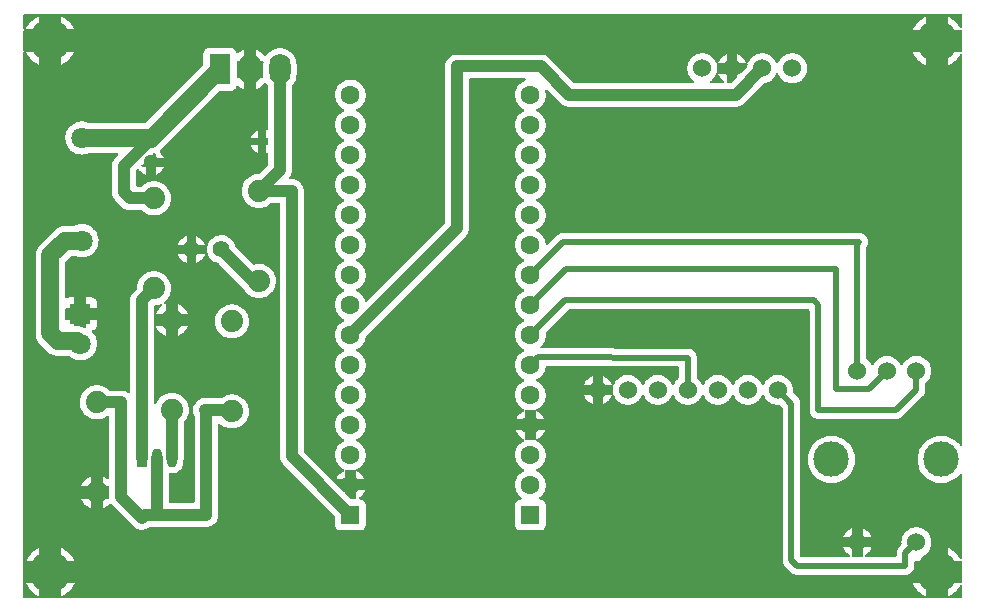
<source format=gbl>
G04 Layer: BottomLayer*
G04 EasyEDA v6.5.50, 2025-05-18 23:27:22*
G04 3d9ee40f25bc44afba2a55a8afe60d3c,38e003156f3e444eba849dea5bfb7f5a,10*
G04 Gerber Generator version 0.2*
G04 Scale: 100 percent, Rotated: No, Reflected: No *
G04 Dimensions in millimeters *
G04 leading zeros omitted , absolute positions ,4 integer and 5 decimal *
%FSLAX45Y45*%
%MOMM*%

%ADD10C,1.5000*%
%ADD11C,1.0000*%
%ADD12C,0.5000*%
%ADD13C,1.3000*%
%ADD14C,1.8000*%
%ADD15R,1.8000X1.8000*%
%ADD16C,1.4000*%
%ADD17O,0.8999982X1.5999968*%
%ADD18R,0.9000X1.6000*%
%ADD19C,1.8796*%
%ADD20O,1.7999964X2.5999948*%
%ADD21R,1.8000X2.6000*%
%ADD22R,1.6000X1.6000*%
%ADD23C,1.6000*%
%ADD24C,1.5240*%
%ADD25C,3.0000*%
%ADD26C,3.5000*%
%ADD27C,0.0112*%

%LPD*%
G36*
X36068Y-4974082D02*
G01*
X32156Y-4973320D01*
X28905Y-4971084D01*
X26670Y-4967833D01*
X25908Y-4963922D01*
X25908Y-4839004D01*
X26466Y-4836261D01*
X25908Y-4833467D01*
X25908Y-4666132D01*
X26466Y-4663338D01*
X25908Y-4660595D01*
X25908Y-348284D01*
X26670Y-344424D01*
X28905Y-340868D01*
X26670Y-337566D01*
X25908Y-333705D01*
X25908Y-166319D01*
X26670Y-162407D01*
X28854Y-158851D01*
X26670Y-155549D01*
X25908Y-151688D01*
X25908Y-36068D01*
X26670Y-32156D01*
X28905Y-28905D01*
X32156Y-26670D01*
X36068Y-25908D01*
X151688Y-25908D01*
X155549Y-26670D01*
X159105Y-28905D01*
X162407Y-26670D01*
X166319Y-25908D01*
X333705Y-25908D01*
X337566Y-26670D01*
X341172Y-28854D01*
X344424Y-26670D01*
X348284Y-25908D01*
X7670495Y-25908D01*
X7673238Y-26466D01*
X7676032Y-25908D01*
X7843367Y-25908D01*
X7846161Y-26466D01*
X7848904Y-25908D01*
X7963916Y-25908D01*
X7967827Y-26670D01*
X7971078Y-28905D01*
X7973314Y-32156D01*
X7974075Y-36068D01*
X7974075Y-136855D01*
X7973110Y-141173D01*
X7970418Y-144678D01*
X7966456Y-146710D01*
X7962036Y-146862D01*
X7957972Y-145135D01*
X7955025Y-141833D01*
X7951419Y-135280D01*
X7939633Y-118110D01*
X7926324Y-102108D01*
X7911592Y-87376D01*
X7895590Y-74066D01*
X7878419Y-62280D01*
X7860182Y-52171D01*
X7853527Y-49225D01*
X7853527Y-160172D01*
X7963916Y-160172D01*
X7967827Y-160934D01*
X7971078Y-163118D01*
X7973314Y-166420D01*
X7974075Y-170332D01*
X7974075Y-337667D01*
X7973314Y-341579D01*
X7971078Y-344881D01*
X7967827Y-347065D01*
X7963916Y-347827D01*
X7853527Y-347827D01*
X7853527Y-458774D01*
X7860182Y-455828D01*
X7878419Y-445719D01*
X7895590Y-433933D01*
X7911592Y-420624D01*
X7926324Y-405892D01*
X7939633Y-389890D01*
X7951419Y-372719D01*
X7955025Y-366166D01*
X7957972Y-362864D01*
X7962036Y-361137D01*
X7966456Y-361289D01*
X7970418Y-363321D01*
X7973110Y-366826D01*
X7974075Y-371144D01*
X7974075Y-3670249D01*
X7973212Y-3674364D01*
X7970723Y-3677767D01*
X7967116Y-3679901D01*
X7962900Y-3680358D01*
X7958886Y-3679088D01*
X7955737Y-3676294D01*
X7951673Y-3670808D01*
X7938465Y-3656228D01*
X7923885Y-3643020D01*
X7908086Y-3631285D01*
X7891221Y-3621176D01*
X7873441Y-3612794D01*
X7854899Y-3606139D01*
X7835849Y-3601364D01*
X7816342Y-3598468D01*
X7796733Y-3597503D01*
X7777073Y-3598468D01*
X7757617Y-3601364D01*
X7738516Y-3606139D01*
X7719974Y-3612794D01*
X7702194Y-3621176D01*
X7685328Y-3631285D01*
X7669530Y-3643020D01*
X7654950Y-3656228D01*
X7641742Y-3670808D01*
X7630007Y-3686606D01*
X7619898Y-3703472D01*
X7611516Y-3721303D01*
X7604861Y-3739794D01*
X7600086Y-3758895D01*
X7597190Y-3778351D01*
X7596225Y-3798011D01*
X7597190Y-3817670D01*
X7600086Y-3837127D01*
X7604861Y-3856177D01*
X7611516Y-3874719D01*
X7619898Y-3892499D01*
X7630007Y-3909364D01*
X7641742Y-3925163D01*
X7654950Y-3939743D01*
X7669530Y-3952951D01*
X7685328Y-3964686D01*
X7702194Y-3974795D01*
X7719974Y-3983228D01*
X7738516Y-3989832D01*
X7757617Y-3994607D01*
X7777073Y-3997502D01*
X7796733Y-3998468D01*
X7816342Y-3997502D01*
X7835849Y-3994607D01*
X7854899Y-3989832D01*
X7873441Y-3983228D01*
X7891221Y-3974795D01*
X7908086Y-3964686D01*
X7923885Y-3952951D01*
X7938465Y-3939743D01*
X7951673Y-3925163D01*
X7955737Y-3919728D01*
X7958886Y-3916934D01*
X7962900Y-3915664D01*
X7967116Y-3916121D01*
X7970723Y-3918254D01*
X7973212Y-3921658D01*
X7974075Y-3925773D01*
X7974075Y-4632655D01*
X7973110Y-4636973D01*
X7970418Y-4640478D01*
X7966456Y-4642510D01*
X7962036Y-4642662D01*
X7957972Y-4640935D01*
X7955025Y-4637633D01*
X7951419Y-4631080D01*
X7939633Y-4613910D01*
X7926324Y-4597908D01*
X7911592Y-4583176D01*
X7895590Y-4569866D01*
X7878419Y-4558080D01*
X7860182Y-4547971D01*
X7853527Y-4545025D01*
X7853527Y-4655972D01*
X7963916Y-4655972D01*
X7967827Y-4656734D01*
X7971078Y-4658918D01*
X7973314Y-4662220D01*
X7974075Y-4666132D01*
X7974075Y-4833467D01*
X7973314Y-4837379D01*
X7971078Y-4840681D01*
X7967827Y-4842865D01*
X7963916Y-4843627D01*
X7853527Y-4843627D01*
X7853527Y-4954574D01*
X7860182Y-4951628D01*
X7878419Y-4941519D01*
X7895590Y-4929733D01*
X7911592Y-4916424D01*
X7926324Y-4901692D01*
X7939633Y-4885690D01*
X7951419Y-4868519D01*
X7955025Y-4861966D01*
X7957972Y-4858664D01*
X7962036Y-4856937D01*
X7966456Y-4857089D01*
X7970418Y-4859121D01*
X7973110Y-4862626D01*
X7974075Y-4866944D01*
X7974075Y-4963922D01*
X7973314Y-4967833D01*
X7971078Y-4971084D01*
X7967827Y-4973320D01*
X7963916Y-4974082D01*
X7857540Y-4974082D01*
X7853680Y-4973320D01*
X7850479Y-4971186D01*
X7847279Y-4973320D01*
X7843367Y-4974082D01*
X7676032Y-4974082D01*
X7672120Y-4973320D01*
X7668920Y-4971186D01*
X7665720Y-4973320D01*
X7661859Y-4974082D01*
X351840Y-4974082D01*
X347980Y-4973320D01*
X344779Y-4971186D01*
X341579Y-4973320D01*
X337667Y-4974082D01*
X170332Y-4974082D01*
X166420Y-4973320D01*
X163220Y-4971186D01*
X160020Y-4973320D01*
X156159Y-4974082D01*
G37*

%LPC*%
G36*
X160172Y-4954574D02*
G01*
X160172Y-4843627D01*
X49225Y-4843627D01*
X52171Y-4850282D01*
X62280Y-4868519D01*
X74066Y-4885690D01*
X87376Y-4901692D01*
X102108Y-4916424D01*
X118110Y-4929733D01*
X135280Y-4941519D01*
X153517Y-4951628D01*
G37*
G36*
X347827Y-4954574D02*
G01*
X354482Y-4951628D01*
X372719Y-4941519D01*
X389890Y-4929733D01*
X405892Y-4916424D01*
X420624Y-4901692D01*
X433933Y-4885690D01*
X445719Y-4868519D01*
X455828Y-4850282D01*
X458774Y-4843627D01*
X347827Y-4843627D01*
G37*
G36*
X7665872Y-4954574D02*
G01*
X7665872Y-4843627D01*
X7554925Y-4843627D01*
X7557871Y-4850282D01*
X7567980Y-4868519D01*
X7579766Y-4885690D01*
X7593075Y-4901692D01*
X7607808Y-4916424D01*
X7623809Y-4929733D01*
X7640980Y-4941519D01*
X7659217Y-4951628D01*
G37*
G36*
X6578701Y-4774488D02*
G01*
X7492796Y-4774488D01*
X7498638Y-4774285D01*
X7504226Y-4773625D01*
X7509814Y-4772609D01*
X7515148Y-4771136D01*
X7522159Y-4768596D01*
X7525766Y-4767021D01*
X7530744Y-4764379D01*
X7535519Y-4761382D01*
X7540040Y-4758029D01*
X7544358Y-4754321D01*
X7548321Y-4750358D01*
X7552029Y-4746040D01*
X7555382Y-4741519D01*
X7558379Y-4736744D01*
X7561021Y-4731766D01*
X7563256Y-4726584D01*
X7565136Y-4721250D01*
X7566609Y-4715814D01*
X7567625Y-4710226D01*
X7568285Y-4704638D01*
X7568488Y-4698796D01*
X7568488Y-4666132D01*
X7569250Y-4662220D01*
X7571486Y-4658918D01*
X7574788Y-4656734D01*
X7578648Y-4655972D01*
X7665872Y-4655972D01*
X7665872Y-4601159D01*
X7666329Y-4598162D01*
X7667650Y-4595418D01*
X7681010Y-4582007D01*
X7690459Y-4569968D01*
X7698384Y-4556861D01*
X7704632Y-4542942D01*
X7709204Y-4528312D01*
X7711948Y-4513275D01*
X7712862Y-4497984D01*
X7711948Y-4482744D01*
X7709204Y-4467707D01*
X7704632Y-4453077D01*
X7698384Y-4439107D01*
X7690459Y-4426051D01*
X7681010Y-4414012D01*
X7670190Y-4403191D01*
X7658150Y-4393742D01*
X7645095Y-4385818D01*
X7631125Y-4379569D01*
X7616494Y-4374997D01*
X7601458Y-4372254D01*
X7586218Y-4371340D01*
X7570927Y-4372254D01*
X7555890Y-4374997D01*
X7541259Y-4379569D01*
X7527340Y-4385818D01*
X7514234Y-4393742D01*
X7502194Y-4403191D01*
X7491374Y-4414012D01*
X7481925Y-4426051D01*
X7474051Y-4439107D01*
X7467752Y-4453077D01*
X7463180Y-4467707D01*
X7460437Y-4482744D01*
X7459522Y-4497984D01*
X7460386Y-4512208D01*
X7459725Y-4516424D01*
X7457440Y-4520031D01*
X7437780Y-4539742D01*
X7432141Y-4546549D01*
X7430719Y-4548530D01*
X7426147Y-4556099D01*
X7421676Y-4566462D01*
X7420914Y-4568748D01*
X7418781Y-4577334D01*
X7418374Y-4579772D01*
X7417562Y-4588560D01*
X7417511Y-4613351D01*
X7416749Y-4617212D01*
X7414514Y-4620514D01*
X7411212Y-4622749D01*
X7407351Y-4623511D01*
X7159447Y-4623511D01*
X7155180Y-4622546D01*
X7151725Y-4619904D01*
X7149642Y-4616094D01*
X7149439Y-4611725D01*
X7151014Y-4607661D01*
X7154214Y-4604664D01*
X7158177Y-4602276D01*
X7170216Y-4592828D01*
X7181037Y-4582007D01*
X7190435Y-4569968D01*
X7198359Y-4556861D01*
X7204811Y-4542434D01*
X7130643Y-4542434D01*
X7130643Y-4613351D01*
X7129881Y-4617212D01*
X7127697Y-4620514D01*
X7124395Y-4622749D01*
X7120483Y-4623511D01*
X7051903Y-4623511D01*
X7048042Y-4622749D01*
X7044740Y-4620514D01*
X7042505Y-4617212D01*
X7041743Y-4613351D01*
X7041743Y-4542434D01*
X6967626Y-4542434D01*
X6974027Y-4556861D01*
X6981952Y-4569968D01*
X6991400Y-4582007D01*
X7002221Y-4592828D01*
X7014260Y-4602276D01*
X7018223Y-4604664D01*
X7021372Y-4607661D01*
X7022998Y-4611725D01*
X7022744Y-4616094D01*
X7020712Y-4619904D01*
X7017207Y-4622546D01*
X7012940Y-4623511D01*
X6614058Y-4623511D01*
X6610197Y-4622749D01*
X6606286Y-4619904D01*
X6604050Y-4616602D01*
X6603288Y-4612741D01*
X6603238Y-3321964D01*
X6602425Y-3313176D01*
X6602018Y-3310737D01*
X6599885Y-3302152D01*
X6599123Y-3299866D01*
X6594652Y-3289503D01*
X6590080Y-3281934D01*
X6588658Y-3279952D01*
X6583019Y-3273145D01*
X6541262Y-3231286D01*
X6538925Y-3227730D01*
X6538315Y-3223514D01*
X6539179Y-3209290D01*
X6538214Y-3193999D01*
X6535470Y-3178962D01*
X6530949Y-3164382D01*
X6524650Y-3150412D01*
X6516725Y-3137306D01*
X6507327Y-3125266D01*
X6496507Y-3114446D01*
X6484467Y-3105048D01*
X6471361Y-3097123D01*
X6457391Y-3090824D01*
X6442811Y-3086303D01*
X6427774Y-3083560D01*
X6412484Y-3082594D01*
X6397193Y-3083560D01*
X6382156Y-3086303D01*
X6367576Y-3090824D01*
X6353606Y-3097123D01*
X6340500Y-3105048D01*
X6328460Y-3114446D01*
X6317640Y-3125266D01*
X6308242Y-3137306D01*
X6300317Y-3150412D01*
X6294729Y-3162808D01*
X6292545Y-3165957D01*
X6289294Y-3168040D01*
X6285484Y-3168802D01*
X6281674Y-3168040D01*
X6278422Y-3165957D01*
X6276238Y-3162808D01*
X6270650Y-3150412D01*
X6262725Y-3137306D01*
X6253327Y-3125266D01*
X6242507Y-3114446D01*
X6230467Y-3105048D01*
X6217361Y-3097123D01*
X6203391Y-3090824D01*
X6188811Y-3086303D01*
X6173774Y-3083560D01*
X6158484Y-3082594D01*
X6143193Y-3083560D01*
X6128156Y-3086303D01*
X6113576Y-3090824D01*
X6099606Y-3097123D01*
X6086500Y-3105048D01*
X6074460Y-3114446D01*
X6063640Y-3125266D01*
X6054242Y-3137306D01*
X6046317Y-3150412D01*
X6040729Y-3162808D01*
X6038545Y-3165957D01*
X6035294Y-3168040D01*
X6031484Y-3168802D01*
X6027674Y-3168040D01*
X6024422Y-3165957D01*
X6022238Y-3162808D01*
X6016650Y-3150412D01*
X6008725Y-3137306D01*
X5999327Y-3125266D01*
X5988507Y-3114446D01*
X5976467Y-3105048D01*
X5963361Y-3097123D01*
X5949391Y-3090824D01*
X5934811Y-3086303D01*
X5919774Y-3083560D01*
X5904484Y-3082594D01*
X5889193Y-3083560D01*
X5874156Y-3086303D01*
X5859576Y-3090824D01*
X5845606Y-3097123D01*
X5832500Y-3105048D01*
X5820460Y-3114446D01*
X5809640Y-3125266D01*
X5800242Y-3137306D01*
X5792317Y-3150412D01*
X5786729Y-3162808D01*
X5784545Y-3165957D01*
X5781294Y-3168040D01*
X5777484Y-3168802D01*
X5773674Y-3168040D01*
X5770422Y-3165957D01*
X5768238Y-3162808D01*
X5762650Y-3150412D01*
X5754725Y-3137306D01*
X5745327Y-3125266D01*
X5734507Y-3114446D01*
X5729884Y-3110839D01*
X5727801Y-3108655D01*
X5726430Y-3105861D01*
X5725972Y-3102864D01*
X5725972Y-2934919D01*
X5725769Y-2929128D01*
X5725109Y-2923438D01*
X5724093Y-2918002D01*
X5722620Y-2912465D01*
X5720791Y-2907182D01*
X5718505Y-2901950D01*
X5715914Y-2897022D01*
X5712866Y-2892196D01*
X5709564Y-2887675D01*
X5705805Y-2883357D01*
X5701893Y-2879445D01*
X5697524Y-2875686D01*
X5693054Y-2872384D01*
X5688228Y-2869336D01*
X5683300Y-2866745D01*
X5678068Y-2864459D01*
X5672785Y-2862580D01*
X5667298Y-2861106D01*
X5661812Y-2860090D01*
X5656122Y-2859430D01*
X5650331Y-2859227D01*
X4411573Y-2858211D01*
X4407662Y-2857449D01*
X4404360Y-2855214D01*
X4402124Y-2851861D01*
X4401413Y-2847949D01*
X4402226Y-2844088D01*
X4404461Y-2840786D01*
X4414215Y-2831338D01*
X4423968Y-2819298D01*
X4432198Y-2806242D01*
X4438853Y-2792272D01*
X4443831Y-2777642D01*
X4446981Y-2762504D01*
X4448352Y-2747111D01*
X4447895Y-2731668D01*
X4447184Y-2726639D01*
X4447184Y-2723489D01*
X4448149Y-2720492D01*
X4450029Y-2717952D01*
X4638395Y-2529586D01*
X4641697Y-2527350D01*
X4645558Y-2526588D01*
X6670751Y-2526588D01*
X6674612Y-2527350D01*
X6677914Y-2529586D01*
X6680149Y-2532888D01*
X6680911Y-2536748D01*
X6680911Y-3377996D01*
X6681114Y-3383838D01*
X6681774Y-3389426D01*
X6682790Y-3395014D01*
X6684264Y-3400450D01*
X6686143Y-3405784D01*
X6688378Y-3410965D01*
X6691020Y-3415944D01*
X6694017Y-3420719D01*
X6697370Y-3425240D01*
X6701078Y-3429558D01*
X6705041Y-3433521D01*
X6709359Y-3437229D01*
X6713880Y-3440582D01*
X6718655Y-3443579D01*
X6723634Y-3446221D01*
X6728815Y-3448456D01*
X6734149Y-3450336D01*
X6739585Y-3451809D01*
X6745173Y-3452825D01*
X6750761Y-3453485D01*
X6756603Y-3453688D01*
X7419441Y-3453637D01*
X7428230Y-3452825D01*
X7430668Y-3452418D01*
X7439253Y-3450285D01*
X7441539Y-3449523D01*
X7451902Y-3445052D01*
X7459472Y-3440480D01*
X7461453Y-3439058D01*
X7468260Y-3433419D01*
X7641386Y-3260293D01*
X7647025Y-3253486D01*
X7648448Y-3251504D01*
X7653020Y-3243935D01*
X7654137Y-3241751D01*
X7657490Y-3233572D01*
X7658252Y-3231235D01*
X7660386Y-3222650D01*
X7660792Y-3220262D01*
X7661656Y-3211423D01*
X7661706Y-3154426D01*
X7662164Y-3151428D01*
X7663484Y-3148685D01*
X7665567Y-3146450D01*
X7670190Y-3142843D01*
X7681010Y-3132023D01*
X7690459Y-3119983D01*
X7698384Y-3106877D01*
X7704632Y-3092907D01*
X7709204Y-3078327D01*
X7711948Y-3063290D01*
X7712862Y-3048000D01*
X7711948Y-3032709D01*
X7709204Y-3017672D01*
X7704632Y-3003092D01*
X7698384Y-2989122D01*
X7690459Y-2976016D01*
X7681010Y-2963976D01*
X7670190Y-2953156D01*
X7658150Y-2943758D01*
X7645095Y-2935833D01*
X7631125Y-2929534D01*
X7616494Y-2925013D01*
X7601458Y-2922270D01*
X7586218Y-2921304D01*
X7570927Y-2922270D01*
X7555890Y-2925013D01*
X7541259Y-2929534D01*
X7527340Y-2935833D01*
X7514234Y-2943758D01*
X7502194Y-2953156D01*
X7491374Y-2963976D01*
X7481925Y-2976016D01*
X7474051Y-2989122D01*
X7470444Y-2997047D01*
X7468260Y-3000197D01*
X7465009Y-3002330D01*
X7461199Y-3003042D01*
X7457389Y-3002330D01*
X7454138Y-3000197D01*
X7451953Y-2997047D01*
X7448346Y-2989122D01*
X7440472Y-2976016D01*
X7431024Y-2963976D01*
X7420203Y-2953156D01*
X7408164Y-2943758D01*
X7395057Y-2935833D01*
X7381138Y-2929534D01*
X7366508Y-2925013D01*
X7351471Y-2922270D01*
X7336180Y-2921304D01*
X7320940Y-2922270D01*
X7305903Y-2925013D01*
X7291273Y-2929534D01*
X7277353Y-2935833D01*
X7264247Y-2943758D01*
X7252208Y-2953156D01*
X7241387Y-2963976D01*
X7231938Y-2976016D01*
X7224014Y-2989122D01*
X7220458Y-2997047D01*
X7218222Y-3000197D01*
X7214971Y-3002330D01*
X7211212Y-3003042D01*
X7207402Y-3002330D01*
X7204151Y-3000197D01*
X7201916Y-2997047D01*
X7198359Y-2989122D01*
X7190435Y-2976016D01*
X7181037Y-2963976D01*
X7170216Y-2953156D01*
X7165594Y-2949549D01*
X7163511Y-2947314D01*
X7162139Y-2944571D01*
X7161682Y-2941574D01*
X7161682Y-2001012D01*
X7162088Y-1998268D01*
X7163206Y-1995728D01*
X7166051Y-1991055D01*
X7169658Y-1983181D01*
X7172959Y-1972411D01*
X7174585Y-1961235D01*
X7174738Y-1958797D01*
X7174585Y-1949957D01*
X7172858Y-1938832D01*
X7172248Y-1936445D01*
X7168591Y-1925777D01*
X7164578Y-1917903D01*
X7163308Y-1915820D01*
X7156653Y-1906727D01*
X7150506Y-1900326D01*
X7148677Y-1898700D01*
X7141667Y-1893316D01*
X7139635Y-1891995D01*
X7129678Y-1886661D01*
X7121347Y-1883613D01*
X7119010Y-1882952D01*
X7110374Y-1881124D01*
X7107936Y-1880819D01*
X7098995Y-1880311D01*
X4594758Y-1880362D01*
X4585970Y-1881174D01*
X4583531Y-1881581D01*
X4574946Y-1883714D01*
X4572660Y-1884476D01*
X4562297Y-1888947D01*
X4554728Y-1893519D01*
X4552746Y-1894941D01*
X4545939Y-1900580D01*
X4465421Y-1980996D01*
X4462170Y-1983181D01*
X4458360Y-1983993D01*
X4454499Y-1983232D01*
X4451197Y-1981149D01*
X4448962Y-1977948D01*
X4448098Y-1974088D01*
X4447946Y-1969617D01*
X4445660Y-1954326D01*
X4441596Y-1939391D01*
X4435805Y-1925066D01*
X4428337Y-1911553D01*
X4419346Y-1899005D01*
X4408881Y-1887575D01*
X4397197Y-1877517D01*
X4384344Y-1868881D01*
X4373422Y-1863242D01*
X4370425Y-1860905D01*
X4368495Y-1857654D01*
X4367885Y-1853895D01*
X4368698Y-1850186D01*
X4370832Y-1847037D01*
X4373981Y-1844903D01*
X4377537Y-1843328D01*
X4390847Y-1835454D01*
X4403140Y-1826107D01*
X4414215Y-1815338D01*
X4423968Y-1803298D01*
X4432198Y-1790242D01*
X4438853Y-1776272D01*
X4443831Y-1761642D01*
X4446981Y-1746504D01*
X4448352Y-1731111D01*
X4447895Y-1715668D01*
X4445609Y-1700377D01*
X4441545Y-1685442D01*
X4435754Y-1671116D01*
X4428286Y-1657604D01*
X4419295Y-1645056D01*
X4408830Y-1633626D01*
X4397146Y-1623517D01*
X4384294Y-1614881D01*
X4373321Y-1609242D01*
X4370324Y-1606905D01*
X4368393Y-1603654D01*
X4367784Y-1599946D01*
X4368596Y-1596237D01*
X4370730Y-1593088D01*
X4373880Y-1590903D01*
X4377588Y-1589278D01*
X4390898Y-1581404D01*
X4403191Y-1572056D01*
X4414266Y-1561287D01*
X4424019Y-1549247D01*
X4432249Y-1536192D01*
X4438904Y-1522222D01*
X4443882Y-1507591D01*
X4447032Y-1492453D01*
X4448403Y-1477060D01*
X4447946Y-1461617D01*
X4445660Y-1446326D01*
X4441596Y-1431391D01*
X4435805Y-1417066D01*
X4428337Y-1403553D01*
X4419346Y-1391005D01*
X4408881Y-1379575D01*
X4397197Y-1369517D01*
X4384344Y-1360881D01*
X4373422Y-1355242D01*
X4370425Y-1352905D01*
X4368495Y-1349654D01*
X4367885Y-1345895D01*
X4368698Y-1342186D01*
X4370832Y-1339037D01*
X4373981Y-1336903D01*
X4377537Y-1335328D01*
X4390847Y-1327454D01*
X4403140Y-1318107D01*
X4414215Y-1307338D01*
X4423968Y-1295298D01*
X4432198Y-1282242D01*
X4438853Y-1268272D01*
X4443831Y-1253642D01*
X4446981Y-1238504D01*
X4448352Y-1223111D01*
X4447895Y-1207668D01*
X4445609Y-1192377D01*
X4441545Y-1177442D01*
X4435754Y-1163116D01*
X4428286Y-1149604D01*
X4419295Y-1137056D01*
X4408830Y-1125626D01*
X4397146Y-1115517D01*
X4384294Y-1106881D01*
X4373321Y-1101242D01*
X4370324Y-1098905D01*
X4368393Y-1095654D01*
X4367784Y-1091946D01*
X4368596Y-1088237D01*
X4370730Y-1085088D01*
X4373880Y-1082903D01*
X4377588Y-1081278D01*
X4390898Y-1073404D01*
X4403191Y-1064056D01*
X4414266Y-1053287D01*
X4424019Y-1041247D01*
X4432249Y-1028192D01*
X4438904Y-1014221D01*
X4443882Y-999591D01*
X4447032Y-984453D01*
X4448403Y-969060D01*
X4447946Y-953617D01*
X4445660Y-938326D01*
X4441596Y-923391D01*
X4435805Y-909066D01*
X4428337Y-895553D01*
X4419346Y-883005D01*
X4408881Y-871575D01*
X4397197Y-861517D01*
X4384344Y-852881D01*
X4373372Y-847242D01*
X4370374Y-844905D01*
X4368444Y-841654D01*
X4367885Y-837895D01*
X4368698Y-834186D01*
X4370781Y-831037D01*
X4373930Y-828903D01*
X4377588Y-827278D01*
X4390898Y-819403D01*
X4403191Y-810056D01*
X4414266Y-799287D01*
X4424019Y-787247D01*
X4432249Y-774192D01*
X4438904Y-760222D01*
X4443882Y-745591D01*
X4447032Y-730453D01*
X4448403Y-715060D01*
X4447946Y-699617D01*
X4445660Y-684326D01*
X4443171Y-675132D01*
X4442968Y-670712D01*
X4444644Y-666648D01*
X4447844Y-663651D01*
X4452061Y-662330D01*
X4456430Y-662889D01*
X4460138Y-665276D01*
X4576927Y-782015D01*
X4587036Y-790905D01*
X4597958Y-798220D01*
X4609744Y-804011D01*
X4622190Y-808228D01*
X4635093Y-810818D01*
X4648555Y-811682D01*
X6055258Y-811682D01*
X6068720Y-810818D01*
X6081623Y-808228D01*
X6094069Y-804011D01*
X6105855Y-798220D01*
X6116777Y-790905D01*
X6126886Y-782015D01*
X6294882Y-614019D01*
X6297371Y-612241D01*
X6300266Y-611225D01*
X6310833Y-609295D01*
X6325412Y-604723D01*
X6339382Y-598474D01*
X6352438Y-590550D01*
X6364478Y-581101D01*
X6375298Y-570280D01*
X6384747Y-558241D01*
X6392672Y-545185D01*
X6398260Y-532790D01*
X6400444Y-529640D01*
X6403695Y-527558D01*
X6407505Y-526796D01*
X6411315Y-527558D01*
X6414516Y-529640D01*
X6416751Y-532790D01*
X6422339Y-545185D01*
X6430264Y-558241D01*
X6439662Y-570280D01*
X6450482Y-581101D01*
X6462522Y-590550D01*
X6475628Y-598474D01*
X6489598Y-604723D01*
X6504178Y-609295D01*
X6519214Y-612038D01*
X6534505Y-612952D01*
X6549745Y-612038D01*
X6564833Y-609295D01*
X6579412Y-604723D01*
X6593382Y-598474D01*
X6606438Y-590550D01*
X6618478Y-581101D01*
X6629298Y-570280D01*
X6638747Y-558241D01*
X6646672Y-545185D01*
X6652920Y-531215D01*
X6657492Y-516635D01*
X6660235Y-501548D01*
X6661200Y-486308D01*
X6660235Y-471017D01*
X6657492Y-455980D01*
X6652920Y-441401D01*
X6646672Y-427431D01*
X6638747Y-414324D01*
X6629298Y-402285D01*
X6618478Y-391464D01*
X6606438Y-382066D01*
X6593382Y-374142D01*
X6579412Y-367842D01*
X6564833Y-363321D01*
X6549745Y-360527D01*
X6534505Y-359613D01*
X6519214Y-360527D01*
X6504178Y-363321D01*
X6489598Y-367842D01*
X6475628Y-374142D01*
X6462522Y-382066D01*
X6450482Y-391464D01*
X6439662Y-402285D01*
X6430264Y-414324D01*
X6422339Y-427431D01*
X6416751Y-439826D01*
X6414516Y-442976D01*
X6411315Y-445058D01*
X6407505Y-445770D01*
X6403695Y-445058D01*
X6400444Y-442976D01*
X6398260Y-439826D01*
X6392672Y-427431D01*
X6384747Y-414324D01*
X6375298Y-402285D01*
X6364478Y-391464D01*
X6352438Y-382066D01*
X6339382Y-374142D01*
X6325412Y-367842D01*
X6310833Y-363321D01*
X6295745Y-360527D01*
X6280505Y-359613D01*
X6265214Y-360527D01*
X6250178Y-363321D01*
X6235598Y-367842D01*
X6221628Y-374142D01*
X6208522Y-382066D01*
X6196482Y-391464D01*
X6185662Y-402285D01*
X6176264Y-414324D01*
X6168339Y-427431D01*
X6162751Y-439826D01*
X6160516Y-442976D01*
X6157315Y-445058D01*
X6155639Y-445363D01*
X6157264Y-447598D01*
X6158230Y-451256D01*
X6155537Y-466598D01*
X6154572Y-469493D01*
X6152743Y-471932D01*
X6096914Y-527761D01*
X6093612Y-529996D01*
X6089751Y-530758D01*
X6070955Y-530758D01*
X6070955Y-549554D01*
X6070193Y-553415D01*
X6067958Y-556717D01*
X6016955Y-607720D01*
X6013653Y-609955D01*
X6009792Y-610717D01*
X5992215Y-610717D01*
X5988304Y-609955D01*
X5985002Y-607720D01*
X5982817Y-604418D01*
X5982055Y-600557D01*
X5982055Y-530758D01*
X5907328Y-530758D01*
X5908751Y-532790D01*
X5914339Y-545185D01*
X5922264Y-558241D01*
X5931662Y-570280D01*
X5942482Y-581101D01*
X5954522Y-590550D01*
X5956706Y-591870D01*
X5959856Y-594868D01*
X5961481Y-598932D01*
X5961227Y-603250D01*
X5959144Y-607110D01*
X5955690Y-609752D01*
X5951423Y-610717D01*
X5847588Y-610717D01*
X5843320Y-609752D01*
X5839815Y-607110D01*
X5837783Y-603250D01*
X5837529Y-598932D01*
X5839155Y-594868D01*
X5842304Y-591870D01*
X5844438Y-590550D01*
X5856478Y-581101D01*
X5867298Y-570280D01*
X5876747Y-558241D01*
X5884672Y-545185D01*
X5890260Y-532790D01*
X5892444Y-529640D01*
X5895695Y-527558D01*
X5897372Y-527202D01*
X5895746Y-524967D01*
X5894781Y-521309D01*
X5898235Y-501548D01*
X5899200Y-486308D01*
X5898235Y-471017D01*
X5894781Y-451256D01*
X5895746Y-447598D01*
X5897372Y-445363D01*
X5895695Y-445058D01*
X5892444Y-442976D01*
X5890260Y-439826D01*
X5884672Y-427431D01*
X5876747Y-414324D01*
X5867298Y-402285D01*
X5856478Y-391464D01*
X5844438Y-382066D01*
X5831382Y-374142D01*
X5817412Y-367842D01*
X5802833Y-363321D01*
X5787745Y-360527D01*
X5772505Y-359613D01*
X5757214Y-360527D01*
X5742178Y-363321D01*
X5727598Y-367842D01*
X5713628Y-374142D01*
X5700522Y-382066D01*
X5688482Y-391464D01*
X5677662Y-402285D01*
X5668264Y-414324D01*
X5660339Y-427431D01*
X5654040Y-441401D01*
X5649518Y-455980D01*
X5646724Y-471017D01*
X5645810Y-486308D01*
X5646724Y-501548D01*
X5649518Y-516635D01*
X5654040Y-531215D01*
X5660339Y-545185D01*
X5668264Y-558241D01*
X5677662Y-570280D01*
X5688482Y-581101D01*
X5700522Y-590550D01*
X5702706Y-591870D01*
X5705856Y-594868D01*
X5707481Y-598932D01*
X5707227Y-603250D01*
X5705144Y-607110D01*
X5701690Y-609752D01*
X5697423Y-610717D01*
X4694021Y-610717D01*
X4690160Y-609955D01*
X4686858Y-607720D01*
X4478172Y-399084D01*
X4468063Y-390194D01*
X4457141Y-382879D01*
X4445355Y-377088D01*
X4432909Y-372872D01*
X4420006Y-370281D01*
X4406544Y-369417D01*
X3696055Y-369417D01*
X3682593Y-370281D01*
X3669690Y-372872D01*
X3657244Y-377088D01*
X3645458Y-382879D01*
X3634536Y-390194D01*
X3624630Y-398830D01*
X3615994Y-408736D01*
X3608679Y-419658D01*
X3602888Y-431444D01*
X3598672Y-443890D01*
X3596081Y-456793D01*
X3595217Y-470255D01*
X3595217Y-1795678D01*
X3594455Y-1799539D01*
X3592220Y-1802841D01*
X2936392Y-2458669D01*
X2932887Y-2460955D01*
X2928721Y-2461615D01*
X2924657Y-2460548D01*
X2921355Y-2457907D01*
X2919425Y-2454148D01*
X2917545Y-2447340D01*
X2911754Y-2433015D01*
X2904286Y-2419502D01*
X2895295Y-2406954D01*
X2884830Y-2395524D01*
X2873146Y-2385415D01*
X2860294Y-2376779D01*
X2849422Y-2371191D01*
X2846425Y-2368854D01*
X2844495Y-2365603D01*
X2843885Y-2361844D01*
X2844698Y-2358186D01*
X2846832Y-2355037D01*
X2849981Y-2352852D01*
X2853588Y-2351278D01*
X2866898Y-2343404D01*
X2879191Y-2334056D01*
X2890266Y-2323287D01*
X2900019Y-2311247D01*
X2908249Y-2298192D01*
X2914904Y-2284222D01*
X2919882Y-2269591D01*
X2923032Y-2254453D01*
X2924403Y-2239060D01*
X2923946Y-2223617D01*
X2921660Y-2208326D01*
X2917596Y-2193391D01*
X2911805Y-2179066D01*
X2904337Y-2165553D01*
X2895346Y-2153005D01*
X2884881Y-2141575D01*
X2873197Y-2131466D01*
X2860344Y-2122830D01*
X2849321Y-2117191D01*
X2846324Y-2114854D01*
X2844393Y-2111603D01*
X2843784Y-2107844D01*
X2844596Y-2104136D01*
X2846730Y-2100986D01*
X2849880Y-2098852D01*
X2853537Y-2097227D01*
X2866847Y-2089353D01*
X2879140Y-2080006D01*
X2890215Y-2069236D01*
X2899968Y-2057196D01*
X2908198Y-2044141D01*
X2914853Y-2030171D01*
X2919831Y-2015540D01*
X2922981Y-2000402D01*
X2924352Y-1985010D01*
X2923895Y-1969566D01*
X2921609Y-1954275D01*
X2917545Y-1939340D01*
X2911754Y-1925015D01*
X2904286Y-1911502D01*
X2895295Y-1898954D01*
X2884830Y-1887524D01*
X2873146Y-1877415D01*
X2860294Y-1868779D01*
X2849422Y-1863191D01*
X2846425Y-1860854D01*
X2844495Y-1857603D01*
X2843885Y-1853844D01*
X2844698Y-1850186D01*
X2846832Y-1847037D01*
X2849981Y-1844852D01*
X2853588Y-1843278D01*
X2866898Y-1835404D01*
X2879191Y-1826056D01*
X2890266Y-1815287D01*
X2900019Y-1803247D01*
X2908249Y-1790192D01*
X2914904Y-1776222D01*
X2919882Y-1761591D01*
X2923032Y-1746453D01*
X2924403Y-1731060D01*
X2923946Y-1715617D01*
X2921660Y-1700326D01*
X2917596Y-1685391D01*
X2911805Y-1671066D01*
X2904337Y-1657553D01*
X2895346Y-1645005D01*
X2884881Y-1633575D01*
X2873197Y-1623466D01*
X2860344Y-1614830D01*
X2849321Y-1609191D01*
X2846324Y-1606854D01*
X2844393Y-1603603D01*
X2843784Y-1599844D01*
X2844596Y-1596136D01*
X2846730Y-1592986D01*
X2849880Y-1590852D01*
X2853537Y-1589227D01*
X2866847Y-1581353D01*
X2879140Y-1572006D01*
X2890215Y-1561236D01*
X2899968Y-1549196D01*
X2908198Y-1536141D01*
X2914853Y-1522171D01*
X2919831Y-1507540D01*
X2922981Y-1492402D01*
X2924352Y-1477010D01*
X2923895Y-1461566D01*
X2921609Y-1446276D01*
X2917545Y-1431340D01*
X2911754Y-1417015D01*
X2904286Y-1403502D01*
X2895295Y-1390954D01*
X2884830Y-1379524D01*
X2873146Y-1369415D01*
X2860294Y-1360779D01*
X2849422Y-1355191D01*
X2846425Y-1352854D01*
X2844495Y-1349603D01*
X2843885Y-1345844D01*
X2844698Y-1342186D01*
X2846832Y-1339037D01*
X2849981Y-1336852D01*
X2853588Y-1335278D01*
X2866898Y-1327404D01*
X2879191Y-1318056D01*
X2890266Y-1307287D01*
X2900019Y-1295247D01*
X2908249Y-1282192D01*
X2914904Y-1268222D01*
X2919882Y-1253591D01*
X2923032Y-1238453D01*
X2924403Y-1223060D01*
X2923946Y-1207617D01*
X2921660Y-1192326D01*
X2917596Y-1177391D01*
X2911805Y-1163066D01*
X2904337Y-1149553D01*
X2895346Y-1137005D01*
X2884881Y-1125575D01*
X2873197Y-1115466D01*
X2860344Y-1106830D01*
X2849321Y-1101191D01*
X2846324Y-1098854D01*
X2844393Y-1095603D01*
X2843784Y-1091844D01*
X2844596Y-1088136D01*
X2846730Y-1084986D01*
X2849880Y-1082852D01*
X2853537Y-1081227D01*
X2866847Y-1073353D01*
X2879140Y-1064006D01*
X2890215Y-1053236D01*
X2899968Y-1041196D01*
X2908198Y-1028141D01*
X2914853Y-1014171D01*
X2919831Y-999540D01*
X2922981Y-984402D01*
X2924352Y-969010D01*
X2923895Y-953566D01*
X2921609Y-938276D01*
X2917545Y-923340D01*
X2911754Y-909015D01*
X2904286Y-895502D01*
X2895295Y-882954D01*
X2884830Y-871524D01*
X2873146Y-861415D01*
X2860294Y-852779D01*
X2849422Y-847191D01*
X2846425Y-844854D01*
X2844495Y-841603D01*
X2843885Y-837895D01*
X2844698Y-834186D01*
X2846832Y-831037D01*
X2849981Y-828852D01*
X2853588Y-827278D01*
X2866898Y-819403D01*
X2879191Y-810056D01*
X2890266Y-799287D01*
X2900019Y-787247D01*
X2908249Y-774192D01*
X2914904Y-760222D01*
X2919882Y-745591D01*
X2923032Y-730453D01*
X2924403Y-715060D01*
X2923946Y-699617D01*
X2921660Y-684326D01*
X2917596Y-669391D01*
X2911805Y-655066D01*
X2904337Y-641553D01*
X2895346Y-629005D01*
X2884881Y-617575D01*
X2873197Y-607466D01*
X2860344Y-598830D01*
X2846578Y-591769D01*
X2832100Y-586384D01*
X2817063Y-582777D01*
X2801721Y-580948D01*
X2786278Y-580948D01*
X2770936Y-582777D01*
X2755900Y-586384D01*
X2741422Y-591769D01*
X2727655Y-598830D01*
X2714853Y-607466D01*
X2703118Y-617575D01*
X2692704Y-629005D01*
X2683662Y-641553D01*
X2676194Y-655066D01*
X2670403Y-669391D01*
X2666339Y-684326D01*
X2664053Y-699617D01*
X2663596Y-715060D01*
X2664968Y-730453D01*
X2668117Y-745591D01*
X2673096Y-760222D01*
X2679750Y-774192D01*
X2687980Y-787247D01*
X2697734Y-799287D01*
X2708808Y-810056D01*
X2721102Y-819403D01*
X2734411Y-827278D01*
X2738018Y-828852D01*
X2741117Y-830986D01*
X2743250Y-834136D01*
X2744063Y-837844D01*
X2743454Y-841603D01*
X2741523Y-844854D01*
X2738526Y-847191D01*
X2727604Y-852779D01*
X2714802Y-861415D01*
X2703068Y-871524D01*
X2692654Y-882954D01*
X2683611Y-895502D01*
X2676144Y-909015D01*
X2670352Y-923340D01*
X2666288Y-938276D01*
X2664002Y-953566D01*
X2663545Y-969010D01*
X2664917Y-984402D01*
X2668066Y-999540D01*
X2673045Y-1014171D01*
X2679700Y-1028141D01*
X2687929Y-1041196D01*
X2697683Y-1053236D01*
X2708757Y-1064006D01*
X2721051Y-1073353D01*
X2734360Y-1081227D01*
X2738120Y-1082852D01*
X2741218Y-1085037D01*
X2743352Y-1088186D01*
X2744165Y-1091844D01*
X2743555Y-1095603D01*
X2741625Y-1098854D01*
X2738628Y-1101191D01*
X2727655Y-1106830D01*
X2714853Y-1115466D01*
X2703118Y-1125575D01*
X2692704Y-1137005D01*
X2683662Y-1149553D01*
X2676194Y-1163066D01*
X2670403Y-1177391D01*
X2666339Y-1192326D01*
X2664053Y-1207617D01*
X2663596Y-1223060D01*
X2664968Y-1238453D01*
X2668117Y-1253591D01*
X2673096Y-1268222D01*
X2679750Y-1282192D01*
X2687980Y-1295247D01*
X2697734Y-1307287D01*
X2708808Y-1318056D01*
X2721102Y-1327404D01*
X2734411Y-1335278D01*
X2738018Y-1336852D01*
X2741117Y-1338986D01*
X2743250Y-1342136D01*
X2744063Y-1345844D01*
X2743454Y-1349603D01*
X2741523Y-1352854D01*
X2738526Y-1355191D01*
X2727604Y-1360779D01*
X2714802Y-1369415D01*
X2703068Y-1379524D01*
X2692654Y-1390954D01*
X2683611Y-1403502D01*
X2676144Y-1417015D01*
X2670352Y-1431340D01*
X2666288Y-1446276D01*
X2664002Y-1461566D01*
X2663545Y-1477010D01*
X2664917Y-1492402D01*
X2668066Y-1507540D01*
X2673045Y-1522171D01*
X2679700Y-1536141D01*
X2687929Y-1549196D01*
X2697683Y-1561236D01*
X2708757Y-1572006D01*
X2721051Y-1581353D01*
X2734360Y-1589227D01*
X2738120Y-1590852D01*
X2741218Y-1593037D01*
X2743352Y-1596186D01*
X2744165Y-1599844D01*
X2743555Y-1603603D01*
X2741625Y-1606854D01*
X2738628Y-1609191D01*
X2727655Y-1614830D01*
X2714853Y-1623466D01*
X2703118Y-1633575D01*
X2692704Y-1645005D01*
X2683662Y-1657553D01*
X2676194Y-1671066D01*
X2670403Y-1685391D01*
X2666339Y-1700326D01*
X2664053Y-1715617D01*
X2663596Y-1731060D01*
X2664968Y-1746453D01*
X2668117Y-1761591D01*
X2673096Y-1776222D01*
X2679750Y-1790192D01*
X2687980Y-1803247D01*
X2697734Y-1815287D01*
X2708808Y-1826056D01*
X2721102Y-1835404D01*
X2734411Y-1843278D01*
X2738018Y-1844852D01*
X2741117Y-1846986D01*
X2743250Y-1850136D01*
X2744063Y-1853844D01*
X2743454Y-1857603D01*
X2741523Y-1860854D01*
X2738526Y-1863191D01*
X2727604Y-1868779D01*
X2714802Y-1877415D01*
X2703068Y-1887524D01*
X2692654Y-1898954D01*
X2683611Y-1911502D01*
X2676144Y-1925015D01*
X2670352Y-1939340D01*
X2666288Y-1954275D01*
X2664002Y-1969566D01*
X2663545Y-1985010D01*
X2664917Y-2000402D01*
X2668066Y-2015540D01*
X2673045Y-2030171D01*
X2679700Y-2044141D01*
X2687929Y-2057196D01*
X2697683Y-2069236D01*
X2708757Y-2080006D01*
X2721051Y-2089353D01*
X2734360Y-2097227D01*
X2738120Y-2098852D01*
X2741218Y-2101037D01*
X2743352Y-2104186D01*
X2744165Y-2107844D01*
X2743555Y-2111603D01*
X2741625Y-2114854D01*
X2738628Y-2117191D01*
X2727655Y-2122830D01*
X2714853Y-2131466D01*
X2703118Y-2141575D01*
X2692704Y-2153005D01*
X2683662Y-2165553D01*
X2676194Y-2179066D01*
X2670403Y-2193391D01*
X2666339Y-2208326D01*
X2664053Y-2223617D01*
X2663596Y-2239060D01*
X2664968Y-2254453D01*
X2668117Y-2269591D01*
X2673096Y-2284222D01*
X2679750Y-2298192D01*
X2687980Y-2311247D01*
X2697734Y-2323287D01*
X2708808Y-2334056D01*
X2721102Y-2343404D01*
X2734411Y-2351278D01*
X2738018Y-2352852D01*
X2741117Y-2354986D01*
X2743250Y-2358136D01*
X2744063Y-2361844D01*
X2743454Y-2365603D01*
X2741523Y-2368854D01*
X2738526Y-2371191D01*
X2727604Y-2376779D01*
X2714802Y-2385415D01*
X2703068Y-2395524D01*
X2692654Y-2406954D01*
X2683611Y-2419502D01*
X2676144Y-2433015D01*
X2670352Y-2447340D01*
X2666288Y-2462276D01*
X2664002Y-2477566D01*
X2663545Y-2493010D01*
X2664917Y-2508402D01*
X2668066Y-2523540D01*
X2673045Y-2538171D01*
X2679700Y-2552141D01*
X2687929Y-2565196D01*
X2697683Y-2577236D01*
X2708757Y-2588006D01*
X2721051Y-2597353D01*
X2734360Y-2605227D01*
X2738120Y-2606852D01*
X2741218Y-2609037D01*
X2743352Y-2612186D01*
X2744165Y-2615844D01*
X2743555Y-2619603D01*
X2741625Y-2622854D01*
X2738628Y-2625191D01*
X2727655Y-2630830D01*
X2714853Y-2639466D01*
X2703118Y-2649575D01*
X2692704Y-2661005D01*
X2683662Y-2673553D01*
X2676194Y-2687066D01*
X2670403Y-2701391D01*
X2666339Y-2716326D01*
X2664053Y-2731617D01*
X2663596Y-2747060D01*
X2664968Y-2762453D01*
X2668117Y-2777591D01*
X2673096Y-2792222D01*
X2679750Y-2806192D01*
X2687980Y-2819247D01*
X2697734Y-2831287D01*
X2708808Y-2842056D01*
X2721102Y-2851404D01*
X2734411Y-2859278D01*
X2738018Y-2860852D01*
X2741117Y-2862986D01*
X2743250Y-2866136D01*
X2744063Y-2869844D01*
X2743454Y-2873603D01*
X2741523Y-2876854D01*
X2738526Y-2879191D01*
X2727604Y-2884779D01*
X2714802Y-2893415D01*
X2703068Y-2903524D01*
X2692654Y-2914954D01*
X2683611Y-2927502D01*
X2676144Y-2941015D01*
X2670352Y-2955340D01*
X2666288Y-2970276D01*
X2664002Y-2985566D01*
X2663545Y-3001010D01*
X2664917Y-3016402D01*
X2668066Y-3031540D01*
X2673045Y-3046171D01*
X2679700Y-3060141D01*
X2687929Y-3073196D01*
X2697683Y-3085236D01*
X2708757Y-3096006D01*
X2721051Y-3105353D01*
X2734360Y-3113227D01*
X2738120Y-3114852D01*
X2741218Y-3117037D01*
X2743352Y-3120186D01*
X2744165Y-3123844D01*
X2743555Y-3127603D01*
X2741625Y-3130854D01*
X2738628Y-3133191D01*
X2727655Y-3138830D01*
X2714853Y-3147466D01*
X2703118Y-3157575D01*
X2692704Y-3169005D01*
X2683662Y-3181553D01*
X2676194Y-3195066D01*
X2670403Y-3209391D01*
X2666339Y-3224326D01*
X2664053Y-3239617D01*
X2663596Y-3255060D01*
X2664968Y-3270453D01*
X2668117Y-3285591D01*
X2673096Y-3300222D01*
X2679750Y-3314192D01*
X2687980Y-3327247D01*
X2697734Y-3339287D01*
X2708808Y-3350056D01*
X2721102Y-3359404D01*
X2734411Y-3367278D01*
X2738018Y-3368852D01*
X2741117Y-3370986D01*
X2743250Y-3374136D01*
X2744063Y-3377844D01*
X2743454Y-3381603D01*
X2741523Y-3384854D01*
X2738526Y-3387191D01*
X2727604Y-3392779D01*
X2714802Y-3401415D01*
X2703068Y-3411524D01*
X2692654Y-3422954D01*
X2683611Y-3435502D01*
X2676144Y-3449015D01*
X2670352Y-3463340D01*
X2666288Y-3478276D01*
X2664002Y-3493566D01*
X2663545Y-3509010D01*
X2664917Y-3524402D01*
X2668066Y-3539540D01*
X2673045Y-3554171D01*
X2679700Y-3568141D01*
X2687929Y-3581196D01*
X2697683Y-3593236D01*
X2708757Y-3604006D01*
X2721051Y-3613353D01*
X2734360Y-3621227D01*
X2738120Y-3622852D01*
X2741218Y-3625037D01*
X2743352Y-3628136D01*
X2744165Y-3631844D01*
X2743555Y-3635603D01*
X2741625Y-3638854D01*
X2738628Y-3641191D01*
X2727655Y-3646830D01*
X2714853Y-3655466D01*
X2703118Y-3665575D01*
X2692704Y-3677005D01*
X2683662Y-3689553D01*
X2676194Y-3703065D01*
X2670403Y-3717391D01*
X2666339Y-3732326D01*
X2664053Y-3747617D01*
X2663596Y-3763060D01*
X2664968Y-3778453D01*
X2668117Y-3793591D01*
X2673096Y-3808222D01*
X2679750Y-3822192D01*
X2687980Y-3835247D01*
X2697734Y-3847287D01*
X2708808Y-3858006D01*
X2721102Y-3867404D01*
X2734411Y-3875278D01*
X2738069Y-3876903D01*
X2741218Y-3879037D01*
X2743301Y-3882186D01*
X2744165Y-3885895D01*
X2743555Y-3889603D01*
X2741625Y-3892905D01*
X2738628Y-3895242D01*
X2727655Y-3900830D01*
X2714802Y-3909466D01*
X2703118Y-3919575D01*
X2692704Y-3931005D01*
X2683662Y-3943553D01*
X2676194Y-3957065D01*
X2672232Y-3966870D01*
X2747670Y-3966870D01*
X2747670Y-3894937D01*
X2748330Y-3891229D01*
X2750362Y-3888028D01*
X2753410Y-3885793D01*
X2757017Y-3884828D01*
X2760776Y-3885234D01*
X2763367Y-3885996D01*
X2778556Y-3888740D01*
X2794000Y-3889654D01*
X2809443Y-3888740D01*
X2824632Y-3885996D01*
X2827223Y-3885234D01*
X2830982Y-3884828D01*
X2834589Y-3885793D01*
X2837637Y-3888028D01*
X2839669Y-3891229D01*
X2840329Y-3894937D01*
X2840329Y-3966870D01*
X2915767Y-3966870D01*
X2911805Y-3957065D01*
X2904337Y-3943553D01*
X2895295Y-3931005D01*
X2884881Y-3919575D01*
X2873197Y-3909466D01*
X2860344Y-3900830D01*
X2849372Y-3895242D01*
X2846374Y-3892905D01*
X2844444Y-3889603D01*
X2843885Y-3885895D01*
X2844698Y-3882186D01*
X2846781Y-3879037D01*
X2849930Y-3876903D01*
X2853588Y-3875278D01*
X2866898Y-3867404D01*
X2879191Y-3858006D01*
X2890266Y-3847287D01*
X2900019Y-3835247D01*
X2908249Y-3822192D01*
X2914904Y-3808222D01*
X2919882Y-3793591D01*
X2923032Y-3778453D01*
X2924403Y-3763060D01*
X2923946Y-3747617D01*
X2921660Y-3732326D01*
X2917596Y-3717391D01*
X2911805Y-3703065D01*
X2904337Y-3689553D01*
X2895346Y-3677005D01*
X2884881Y-3665575D01*
X2873197Y-3655466D01*
X2860344Y-3646830D01*
X2849321Y-3641191D01*
X2846324Y-3638854D01*
X2844393Y-3635603D01*
X2843784Y-3631844D01*
X2844596Y-3628136D01*
X2846730Y-3624986D01*
X2849880Y-3622852D01*
X2853537Y-3621227D01*
X2866847Y-3613353D01*
X2879140Y-3604006D01*
X2890215Y-3593236D01*
X2899968Y-3581196D01*
X2908198Y-3568141D01*
X2914853Y-3554171D01*
X2919831Y-3539540D01*
X2922981Y-3524402D01*
X2924352Y-3509010D01*
X2923895Y-3493566D01*
X2921609Y-3478276D01*
X2917545Y-3463340D01*
X2911754Y-3449015D01*
X2904286Y-3435502D01*
X2895295Y-3422954D01*
X2884830Y-3411524D01*
X2873146Y-3401415D01*
X2860294Y-3392779D01*
X2849422Y-3387191D01*
X2846425Y-3384854D01*
X2844495Y-3381603D01*
X2843885Y-3377844D01*
X2844698Y-3374186D01*
X2846832Y-3371037D01*
X2849981Y-3368852D01*
X2853588Y-3367278D01*
X2866898Y-3359404D01*
X2879191Y-3350056D01*
X2890266Y-3339287D01*
X2900019Y-3327247D01*
X2908249Y-3314192D01*
X2914904Y-3300222D01*
X2919882Y-3285591D01*
X2923032Y-3270453D01*
X2924403Y-3255060D01*
X2923946Y-3239617D01*
X2921660Y-3224326D01*
X2917596Y-3209391D01*
X2911805Y-3195066D01*
X2904337Y-3181553D01*
X2895346Y-3169005D01*
X2884881Y-3157575D01*
X2873197Y-3147466D01*
X2860344Y-3138830D01*
X2849321Y-3133191D01*
X2846324Y-3130854D01*
X2844393Y-3127603D01*
X2843784Y-3123844D01*
X2844596Y-3120136D01*
X2846730Y-3116986D01*
X2849880Y-3114852D01*
X2853537Y-3113227D01*
X2866847Y-3105353D01*
X2879140Y-3096006D01*
X2890215Y-3085236D01*
X2899968Y-3073196D01*
X2908198Y-3060141D01*
X2914853Y-3046171D01*
X2919831Y-3031540D01*
X2922981Y-3016402D01*
X2924352Y-3001010D01*
X2923895Y-2985566D01*
X2921609Y-2970276D01*
X2917545Y-2955340D01*
X2911754Y-2941015D01*
X2904286Y-2927502D01*
X2895295Y-2914954D01*
X2884830Y-2903524D01*
X2873146Y-2893415D01*
X2860294Y-2884779D01*
X2849422Y-2879191D01*
X2846425Y-2876854D01*
X2844495Y-2873603D01*
X2843885Y-2869844D01*
X2844698Y-2866186D01*
X2846832Y-2863037D01*
X2849981Y-2860852D01*
X2853588Y-2859278D01*
X2866898Y-2851404D01*
X2879191Y-2842056D01*
X2890266Y-2831287D01*
X2900019Y-2819247D01*
X2908249Y-2806192D01*
X2914904Y-2792222D01*
X2919882Y-2777591D01*
X2923032Y-2762453D01*
X2923336Y-2759354D01*
X2924251Y-2755950D01*
X2926283Y-2753055D01*
X3766515Y-1912772D01*
X3775405Y-1902663D01*
X3782720Y-1891741D01*
X3788511Y-1879955D01*
X3792728Y-1867509D01*
X3795318Y-1854606D01*
X3796182Y-1841144D01*
X3796182Y-580542D01*
X3796944Y-576681D01*
X3799179Y-573379D01*
X3802481Y-571144D01*
X3806342Y-570382D01*
X4266488Y-570382D01*
X4270400Y-571195D01*
X4273753Y-573430D01*
X4275937Y-576834D01*
X4276648Y-580745D01*
X4275785Y-584708D01*
X4273448Y-587959D01*
X4269994Y-590092D01*
X4265422Y-591769D01*
X4251655Y-598830D01*
X4238802Y-607466D01*
X4227118Y-617575D01*
X4216704Y-629005D01*
X4207662Y-641553D01*
X4200194Y-655066D01*
X4194403Y-669391D01*
X4190339Y-684326D01*
X4188053Y-699617D01*
X4187596Y-715060D01*
X4188968Y-730453D01*
X4192117Y-745591D01*
X4197096Y-760222D01*
X4203750Y-774192D01*
X4211980Y-787247D01*
X4221734Y-799287D01*
X4232808Y-810056D01*
X4245102Y-819403D01*
X4258411Y-827278D01*
X4262069Y-828903D01*
X4265218Y-831037D01*
X4267301Y-834186D01*
X4268114Y-837895D01*
X4267555Y-841654D01*
X4265625Y-844905D01*
X4262628Y-847242D01*
X4251655Y-852881D01*
X4238853Y-861517D01*
X4227118Y-871575D01*
X4216704Y-883005D01*
X4207662Y-895553D01*
X4200194Y-909066D01*
X4194403Y-923391D01*
X4190339Y-938326D01*
X4188053Y-953617D01*
X4187596Y-969060D01*
X4188968Y-984453D01*
X4192117Y-999591D01*
X4197096Y-1014221D01*
X4203750Y-1028192D01*
X4211980Y-1041247D01*
X4221734Y-1053287D01*
X4232808Y-1064056D01*
X4245102Y-1073404D01*
X4258411Y-1081278D01*
X4262120Y-1082903D01*
X4265218Y-1085037D01*
X4267352Y-1088186D01*
X4268165Y-1091895D01*
X4267555Y-1095654D01*
X4265625Y-1098905D01*
X4262628Y-1101242D01*
X4251604Y-1106881D01*
X4238802Y-1115517D01*
X4227068Y-1125626D01*
X4216654Y-1137056D01*
X4207611Y-1149604D01*
X4200144Y-1163116D01*
X4194352Y-1177442D01*
X4190288Y-1192377D01*
X4188002Y-1207668D01*
X4187545Y-1223111D01*
X4188917Y-1238504D01*
X4192066Y-1253642D01*
X4197045Y-1268272D01*
X4203700Y-1282242D01*
X4211929Y-1295298D01*
X4221683Y-1307338D01*
X4232757Y-1318107D01*
X4245051Y-1327454D01*
X4258360Y-1335328D01*
X4262018Y-1336903D01*
X4265117Y-1339088D01*
X4267250Y-1342237D01*
X4268063Y-1345946D01*
X4267454Y-1349654D01*
X4265523Y-1352956D01*
X4262526Y-1355242D01*
X4251655Y-1360881D01*
X4238853Y-1369517D01*
X4227118Y-1379575D01*
X4216704Y-1391005D01*
X4207662Y-1403553D01*
X4200194Y-1417066D01*
X4194403Y-1431391D01*
X4190339Y-1446326D01*
X4188053Y-1461617D01*
X4187596Y-1477060D01*
X4188968Y-1492453D01*
X4192117Y-1507591D01*
X4197096Y-1522222D01*
X4203750Y-1536192D01*
X4211980Y-1549247D01*
X4221734Y-1561287D01*
X4232808Y-1572056D01*
X4245102Y-1581404D01*
X4258411Y-1589278D01*
X4262120Y-1590903D01*
X4265218Y-1593037D01*
X4267352Y-1596186D01*
X4268165Y-1599895D01*
X4267555Y-1603654D01*
X4265625Y-1606905D01*
X4262628Y-1609242D01*
X4251604Y-1614881D01*
X4238802Y-1623517D01*
X4227068Y-1633626D01*
X4216654Y-1645056D01*
X4207611Y-1657604D01*
X4200144Y-1671116D01*
X4194352Y-1685442D01*
X4190288Y-1700377D01*
X4188002Y-1715668D01*
X4187545Y-1731111D01*
X4188917Y-1746504D01*
X4192066Y-1761642D01*
X4197045Y-1776272D01*
X4203700Y-1790242D01*
X4211929Y-1803298D01*
X4221683Y-1815338D01*
X4232757Y-1826107D01*
X4245051Y-1835454D01*
X4258360Y-1843328D01*
X4262018Y-1844903D01*
X4265117Y-1847088D01*
X4267250Y-1850237D01*
X4268063Y-1853946D01*
X4267454Y-1857654D01*
X4265523Y-1860956D01*
X4262526Y-1863242D01*
X4251655Y-1868881D01*
X4238853Y-1877517D01*
X4227118Y-1887575D01*
X4216704Y-1899005D01*
X4207662Y-1911553D01*
X4200194Y-1925066D01*
X4194403Y-1939391D01*
X4190339Y-1954326D01*
X4188053Y-1969617D01*
X4187596Y-1985060D01*
X4188968Y-2000453D01*
X4192117Y-2015591D01*
X4197096Y-2030222D01*
X4203750Y-2044192D01*
X4211980Y-2057247D01*
X4221734Y-2069287D01*
X4232808Y-2080056D01*
X4245102Y-2089404D01*
X4258411Y-2097278D01*
X4262120Y-2098903D01*
X4265218Y-2101037D01*
X4267352Y-2104186D01*
X4268165Y-2107895D01*
X4267555Y-2111654D01*
X4265625Y-2114905D01*
X4262628Y-2117242D01*
X4251604Y-2122881D01*
X4238802Y-2131517D01*
X4227068Y-2141626D01*
X4216654Y-2153056D01*
X4207611Y-2165604D01*
X4200144Y-2179116D01*
X4194352Y-2193442D01*
X4190288Y-2208377D01*
X4188002Y-2223668D01*
X4187545Y-2239111D01*
X4188917Y-2254504D01*
X4192066Y-2269642D01*
X4197045Y-2284272D01*
X4203700Y-2298242D01*
X4211929Y-2311298D01*
X4221683Y-2323338D01*
X4232757Y-2334107D01*
X4245051Y-2343454D01*
X4258360Y-2351328D01*
X4262018Y-2352903D01*
X4265117Y-2355088D01*
X4267250Y-2358237D01*
X4268063Y-2361946D01*
X4267454Y-2365654D01*
X4265523Y-2368956D01*
X4262526Y-2371242D01*
X4251655Y-2376881D01*
X4238853Y-2385517D01*
X4227118Y-2395575D01*
X4216704Y-2407005D01*
X4207662Y-2419553D01*
X4200194Y-2433066D01*
X4194403Y-2447391D01*
X4190339Y-2462326D01*
X4188053Y-2477617D01*
X4187596Y-2493060D01*
X4188968Y-2508453D01*
X4192117Y-2523591D01*
X4197096Y-2538222D01*
X4203750Y-2552192D01*
X4211980Y-2565247D01*
X4221734Y-2577287D01*
X4232808Y-2588056D01*
X4245102Y-2597404D01*
X4258411Y-2605278D01*
X4262120Y-2606903D01*
X4265218Y-2609037D01*
X4267352Y-2612186D01*
X4268165Y-2615895D01*
X4267555Y-2619654D01*
X4265625Y-2622905D01*
X4262628Y-2625242D01*
X4251604Y-2630932D01*
X4238802Y-2639568D01*
X4227068Y-2649626D01*
X4216654Y-2661056D01*
X4207611Y-2673604D01*
X4200144Y-2687116D01*
X4194352Y-2701442D01*
X4190288Y-2716377D01*
X4188002Y-2731668D01*
X4187545Y-2747111D01*
X4188917Y-2762504D01*
X4192066Y-2777642D01*
X4197045Y-2792272D01*
X4203700Y-2806242D01*
X4211929Y-2819298D01*
X4221683Y-2831338D01*
X4232757Y-2842107D01*
X4245051Y-2851454D01*
X4258360Y-2859328D01*
X4262018Y-2860903D01*
X4265117Y-2863088D01*
X4267250Y-2866237D01*
X4268063Y-2869946D01*
X4267454Y-2873654D01*
X4265523Y-2876956D01*
X4262526Y-2879242D01*
X4251655Y-2884830D01*
X4238853Y-2893466D01*
X4227118Y-2903575D01*
X4216704Y-2915005D01*
X4207662Y-2927553D01*
X4200194Y-2941066D01*
X4194403Y-2955391D01*
X4190339Y-2970326D01*
X4188053Y-2985617D01*
X4187596Y-3001060D01*
X4188968Y-3016453D01*
X4192117Y-3031591D01*
X4197096Y-3046222D01*
X4203750Y-3060192D01*
X4211980Y-3073247D01*
X4221734Y-3085287D01*
X4232808Y-3096056D01*
X4245102Y-3105404D01*
X4258411Y-3113278D01*
X4262120Y-3114903D01*
X4265218Y-3117037D01*
X4267352Y-3120186D01*
X4268165Y-3123895D01*
X4267555Y-3127654D01*
X4265625Y-3130905D01*
X4262628Y-3133242D01*
X4251604Y-3138881D01*
X4238802Y-3147517D01*
X4227068Y-3157626D01*
X4216654Y-3169056D01*
X4207611Y-3181604D01*
X4200144Y-3195116D01*
X4194352Y-3209442D01*
X4190288Y-3224377D01*
X4188002Y-3239668D01*
X4187545Y-3255111D01*
X4188917Y-3270503D01*
X4192066Y-3285642D01*
X4197045Y-3300272D01*
X4203700Y-3314242D01*
X4211929Y-3327298D01*
X4221683Y-3339337D01*
X4232757Y-3350107D01*
X4245051Y-3359454D01*
X4258360Y-3367328D01*
X4262018Y-3368903D01*
X4265117Y-3371087D01*
X4267250Y-3374237D01*
X4268063Y-3377946D01*
X4267454Y-3381654D01*
X4265523Y-3384956D01*
X4262526Y-3387242D01*
X4251655Y-3392830D01*
X4238853Y-3401466D01*
X4227118Y-3411575D01*
X4216704Y-3423005D01*
X4207662Y-3435553D01*
X4200194Y-3449065D01*
X4196232Y-3458870D01*
X4271670Y-3458870D01*
X4271670Y-3387039D01*
X4272330Y-3383330D01*
X4274362Y-3380130D01*
X4277410Y-3377895D01*
X4281017Y-3376879D01*
X4284776Y-3377285D01*
X4287316Y-3378098D01*
X4302506Y-3380790D01*
X4317949Y-3381705D01*
X4333392Y-3380790D01*
X4348581Y-3378098D01*
X4351223Y-3377285D01*
X4354982Y-3376879D01*
X4358640Y-3377844D01*
X4361637Y-3380079D01*
X4363669Y-3383279D01*
X4364329Y-3386988D01*
X4364329Y-3458870D01*
X4439767Y-3458870D01*
X4435805Y-3449065D01*
X4428337Y-3435553D01*
X4419346Y-3423005D01*
X4408881Y-3411575D01*
X4397197Y-3401466D01*
X4384344Y-3392830D01*
X4373422Y-3387242D01*
X4370425Y-3384905D01*
X4368495Y-3381654D01*
X4367885Y-3377895D01*
X4368698Y-3374186D01*
X4370832Y-3371037D01*
X4373981Y-3368903D01*
X4377537Y-3367328D01*
X4390847Y-3359454D01*
X4403140Y-3350107D01*
X4414215Y-3339337D01*
X4423968Y-3327298D01*
X4432198Y-3314242D01*
X4438853Y-3300272D01*
X4443831Y-3285642D01*
X4446981Y-3270503D01*
X4448352Y-3255111D01*
X4447895Y-3239668D01*
X4445609Y-3224377D01*
X4441545Y-3209442D01*
X4435754Y-3195116D01*
X4428286Y-3181604D01*
X4419295Y-3169056D01*
X4408830Y-3157626D01*
X4397146Y-3147517D01*
X4384294Y-3138881D01*
X4373321Y-3133242D01*
X4370324Y-3130905D01*
X4368393Y-3127654D01*
X4367784Y-3123895D01*
X4368596Y-3120237D01*
X4370730Y-3117088D01*
X4373829Y-3114903D01*
X4377588Y-3113278D01*
X4390898Y-3105404D01*
X4403191Y-3096056D01*
X4414266Y-3085287D01*
X4424019Y-3073247D01*
X4432249Y-3060192D01*
X4438904Y-3046222D01*
X4443882Y-3031591D01*
X4446879Y-3017316D01*
X4448149Y-3014116D01*
X4450435Y-3011525D01*
X4453432Y-3009849D01*
X4456836Y-3009239D01*
X5564835Y-3010154D01*
X5568746Y-3010916D01*
X5571998Y-3013100D01*
X5574233Y-3016402D01*
X5574995Y-3020314D01*
X5574995Y-3102864D01*
X5574538Y-3105861D01*
X5573166Y-3108655D01*
X5571083Y-3110839D01*
X5566460Y-3114446D01*
X5555640Y-3125266D01*
X5546242Y-3137306D01*
X5538317Y-3150412D01*
X5532729Y-3162808D01*
X5530545Y-3165957D01*
X5527294Y-3168040D01*
X5523484Y-3168802D01*
X5519674Y-3168040D01*
X5516422Y-3165957D01*
X5514238Y-3162808D01*
X5508650Y-3150412D01*
X5500725Y-3137306D01*
X5491327Y-3125266D01*
X5480507Y-3114446D01*
X5468467Y-3105048D01*
X5455361Y-3097123D01*
X5441391Y-3090824D01*
X5426811Y-3086303D01*
X5411774Y-3083560D01*
X5396484Y-3082594D01*
X5381193Y-3083560D01*
X5366156Y-3086303D01*
X5351576Y-3090824D01*
X5337606Y-3097123D01*
X5324500Y-3105048D01*
X5312460Y-3114446D01*
X5301640Y-3125266D01*
X5292242Y-3137306D01*
X5284317Y-3150412D01*
X5278729Y-3162808D01*
X5276545Y-3165957D01*
X5273294Y-3168040D01*
X5269484Y-3168802D01*
X5265674Y-3168040D01*
X5262422Y-3165957D01*
X5260238Y-3162808D01*
X5254650Y-3150412D01*
X5246725Y-3137306D01*
X5237327Y-3125266D01*
X5226507Y-3114446D01*
X5214467Y-3105048D01*
X5201361Y-3097123D01*
X5187391Y-3090824D01*
X5172811Y-3086303D01*
X5157774Y-3083560D01*
X5142484Y-3082594D01*
X5127193Y-3083560D01*
X5112156Y-3086303D01*
X5097576Y-3090824D01*
X5083606Y-3097123D01*
X5070500Y-3105048D01*
X5058460Y-3114446D01*
X5047640Y-3125266D01*
X5038242Y-3137306D01*
X5030317Y-3150412D01*
X5024729Y-3162808D01*
X5022545Y-3165957D01*
X5019294Y-3168040D01*
X5017617Y-3168396D01*
X5019243Y-3170631D01*
X5020208Y-3174288D01*
X5016754Y-3193999D01*
X5015788Y-3209290D01*
X5016754Y-3224580D01*
X5020208Y-3244291D01*
X5019243Y-3247948D01*
X5017617Y-3250184D01*
X5019294Y-3250539D01*
X5022545Y-3252622D01*
X5024729Y-3255772D01*
X5030317Y-3268167D01*
X5038242Y-3281273D01*
X5047640Y-3293313D01*
X5058460Y-3304133D01*
X5070500Y-3313531D01*
X5083606Y-3321456D01*
X5097576Y-3327755D01*
X5112156Y-3332276D01*
X5127193Y-3335020D01*
X5142484Y-3335985D01*
X5157774Y-3335020D01*
X5172811Y-3332276D01*
X5187391Y-3327755D01*
X5201361Y-3321456D01*
X5214467Y-3313531D01*
X5226507Y-3304133D01*
X5237327Y-3293313D01*
X5246725Y-3281273D01*
X5254650Y-3268167D01*
X5260238Y-3255772D01*
X5262422Y-3252622D01*
X5265674Y-3250539D01*
X5269484Y-3249777D01*
X5273294Y-3250539D01*
X5276545Y-3252622D01*
X5278729Y-3255772D01*
X5284317Y-3268167D01*
X5292242Y-3281273D01*
X5301640Y-3293313D01*
X5312460Y-3304133D01*
X5324500Y-3313531D01*
X5337606Y-3321456D01*
X5351576Y-3327755D01*
X5366156Y-3332276D01*
X5381193Y-3335020D01*
X5396484Y-3335985D01*
X5411774Y-3335020D01*
X5426811Y-3332276D01*
X5441391Y-3327755D01*
X5455361Y-3321456D01*
X5468467Y-3313531D01*
X5480507Y-3304133D01*
X5491327Y-3293313D01*
X5500725Y-3281273D01*
X5508650Y-3268167D01*
X5514238Y-3255772D01*
X5516422Y-3252622D01*
X5519674Y-3250539D01*
X5523484Y-3249777D01*
X5527294Y-3250539D01*
X5530545Y-3252622D01*
X5532729Y-3255772D01*
X5538317Y-3268167D01*
X5546242Y-3281273D01*
X5555640Y-3293313D01*
X5566460Y-3304133D01*
X5578500Y-3313531D01*
X5591606Y-3321456D01*
X5605576Y-3327755D01*
X5620156Y-3332276D01*
X5635193Y-3335020D01*
X5650484Y-3335985D01*
X5665774Y-3335020D01*
X5680811Y-3332276D01*
X5695391Y-3327755D01*
X5709361Y-3321456D01*
X5722467Y-3313531D01*
X5734507Y-3304133D01*
X5745327Y-3293313D01*
X5754725Y-3281273D01*
X5762650Y-3268167D01*
X5768238Y-3255772D01*
X5770422Y-3252622D01*
X5773674Y-3250539D01*
X5777484Y-3249777D01*
X5781294Y-3250539D01*
X5784545Y-3252622D01*
X5786729Y-3255772D01*
X5792317Y-3268167D01*
X5800242Y-3281273D01*
X5809640Y-3293313D01*
X5820460Y-3304133D01*
X5832500Y-3313531D01*
X5845606Y-3321456D01*
X5859576Y-3327755D01*
X5874156Y-3332276D01*
X5889193Y-3335020D01*
X5904484Y-3335985D01*
X5919774Y-3335020D01*
X5934811Y-3332276D01*
X5949391Y-3327755D01*
X5963361Y-3321456D01*
X5976467Y-3313531D01*
X5988507Y-3304133D01*
X5999327Y-3293313D01*
X6008725Y-3281273D01*
X6016650Y-3268167D01*
X6022238Y-3255772D01*
X6024422Y-3252622D01*
X6027674Y-3250539D01*
X6031484Y-3249777D01*
X6035294Y-3250539D01*
X6038545Y-3252622D01*
X6040729Y-3255772D01*
X6046317Y-3268167D01*
X6054242Y-3281273D01*
X6063640Y-3293313D01*
X6074460Y-3304133D01*
X6086500Y-3313531D01*
X6099606Y-3321456D01*
X6113576Y-3327755D01*
X6128156Y-3332276D01*
X6143193Y-3335020D01*
X6158484Y-3335985D01*
X6173774Y-3335020D01*
X6188811Y-3332276D01*
X6203391Y-3327755D01*
X6217361Y-3321456D01*
X6230467Y-3313531D01*
X6242507Y-3304133D01*
X6253327Y-3293313D01*
X6262725Y-3281273D01*
X6270650Y-3268167D01*
X6276238Y-3255772D01*
X6278422Y-3252622D01*
X6281674Y-3250539D01*
X6285484Y-3249777D01*
X6289294Y-3250539D01*
X6292545Y-3252622D01*
X6294729Y-3255772D01*
X6300317Y-3268167D01*
X6308242Y-3281273D01*
X6317640Y-3293313D01*
X6328460Y-3304133D01*
X6340500Y-3313531D01*
X6353606Y-3321456D01*
X6367576Y-3327755D01*
X6382156Y-3332276D01*
X6397193Y-3335020D01*
X6412484Y-3335985D01*
X6426708Y-3335121D01*
X6430924Y-3335731D01*
X6434480Y-3338068D01*
X6449314Y-3352901D01*
X6451549Y-3356203D01*
X6452311Y-3360064D01*
X6452362Y-4650841D01*
X6453174Y-4659630D01*
X6453581Y-4662068D01*
X6455714Y-4670653D01*
X6456476Y-4672939D01*
X6460947Y-4683302D01*
X6465519Y-4690872D01*
X6466941Y-4692853D01*
X6472580Y-4699660D01*
X6527139Y-4754219D01*
X6533946Y-4759858D01*
X6535928Y-4761280D01*
X6543497Y-4765852D01*
X6553860Y-4770323D01*
X6556146Y-4771085D01*
X6564731Y-4773218D01*
X6567170Y-4773625D01*
X6575958Y-4774438D01*
G37*
G36*
X49225Y-4655972D02*
G01*
X160172Y-4655972D01*
X160172Y-4545025D01*
X153517Y-4547971D01*
X135280Y-4558080D01*
X118110Y-4569866D01*
X102108Y-4583176D01*
X87376Y-4597908D01*
X74066Y-4613910D01*
X62280Y-4631080D01*
X52171Y-4649317D01*
G37*
G36*
X347827Y-4655972D02*
G01*
X458774Y-4655972D01*
X455828Y-4649317D01*
X445719Y-4631080D01*
X433933Y-4613910D01*
X420624Y-4597908D01*
X405892Y-4583176D01*
X389890Y-4569866D01*
X372719Y-4558080D01*
X354482Y-4547971D01*
X347827Y-4545025D01*
G37*
G36*
X6967626Y-4453534D02*
G01*
X7041743Y-4453534D01*
X7041743Y-4379417D01*
X7027316Y-4385818D01*
X7014260Y-4393742D01*
X7002221Y-4403191D01*
X6991400Y-4414012D01*
X6981952Y-4426051D01*
X6974027Y-4439107D01*
G37*
G36*
X7130643Y-4453534D02*
G01*
X7204811Y-4453534D01*
X7198359Y-4439107D01*
X7190435Y-4426051D01*
X7181037Y-4414012D01*
X7170216Y-4403191D01*
X7158177Y-4393742D01*
X7145070Y-4385818D01*
X7130643Y-4379417D01*
G37*
G36*
X4238447Y-4397705D02*
G01*
X4397552Y-4397705D01*
X4406747Y-4396892D01*
X4415282Y-4394606D01*
X4423206Y-4390898D01*
X4430420Y-4385868D01*
X4436668Y-4379620D01*
X4441698Y-4372406D01*
X4445406Y-4364482D01*
X4447692Y-4355947D01*
X4448505Y-4346752D01*
X4448505Y-4187647D01*
X4447692Y-4178452D01*
X4445406Y-4169918D01*
X4441698Y-4161993D01*
X4436668Y-4154779D01*
X4430420Y-4148531D01*
X4423206Y-4143501D01*
X4415282Y-4139793D01*
X4406747Y-4137507D01*
X4399737Y-4136898D01*
X4395876Y-4135729D01*
X4392726Y-4133189D01*
X4390847Y-4129582D01*
X4390542Y-4125569D01*
X4391812Y-4121759D01*
X4394454Y-4118711D01*
X4403191Y-4112056D01*
X4414266Y-4101287D01*
X4424019Y-4089247D01*
X4432249Y-4076192D01*
X4438904Y-4062222D01*
X4443882Y-4047591D01*
X4447032Y-4032453D01*
X4448403Y-4017060D01*
X4447946Y-4001617D01*
X4445660Y-3986326D01*
X4441596Y-3971391D01*
X4435805Y-3957065D01*
X4428337Y-3943553D01*
X4419346Y-3931005D01*
X4408881Y-3919575D01*
X4397197Y-3909466D01*
X4384344Y-3900830D01*
X4373422Y-3895242D01*
X4370425Y-3892905D01*
X4368495Y-3889654D01*
X4367885Y-3885895D01*
X4368698Y-3882186D01*
X4370832Y-3879037D01*
X4373981Y-3876903D01*
X4377537Y-3875328D01*
X4390847Y-3867454D01*
X4403140Y-3858107D01*
X4414215Y-3847337D01*
X4423968Y-3835298D01*
X4432198Y-3822242D01*
X4438853Y-3808272D01*
X4443831Y-3793642D01*
X4446981Y-3778504D01*
X4448352Y-3763111D01*
X4447895Y-3747668D01*
X4445609Y-3732377D01*
X4441545Y-3717442D01*
X4435754Y-3703116D01*
X4428286Y-3689604D01*
X4419295Y-3677056D01*
X4408830Y-3665626D01*
X4397146Y-3655517D01*
X4384294Y-3646881D01*
X4373321Y-3641242D01*
X4370324Y-3638905D01*
X4368393Y-3635654D01*
X4367784Y-3631895D01*
X4368596Y-3628237D01*
X4370730Y-3625087D01*
X4373880Y-3622903D01*
X4377588Y-3621278D01*
X4390898Y-3613404D01*
X4403191Y-3604056D01*
X4414266Y-3593287D01*
X4424019Y-3581247D01*
X4432249Y-3568192D01*
X4438904Y-3554222D01*
X4439818Y-3551529D01*
X4364329Y-3551529D01*
X4364329Y-3623564D01*
X4363720Y-3627170D01*
X4361789Y-3630269D01*
X4358944Y-3632555D01*
X4355439Y-3633622D01*
X4351782Y-3633419D01*
X4341012Y-3630828D01*
X4325670Y-3628999D01*
X4310227Y-3628999D01*
X4294886Y-3630828D01*
X4284218Y-3633419D01*
X4280560Y-3633622D01*
X4277055Y-3632504D01*
X4274210Y-3630269D01*
X4272330Y-3627120D01*
X4271670Y-3623513D01*
X4271670Y-3551529D01*
X4196181Y-3551529D01*
X4197096Y-3554222D01*
X4203750Y-3568192D01*
X4211980Y-3581247D01*
X4221734Y-3593287D01*
X4232808Y-3604056D01*
X4245102Y-3613404D01*
X4258411Y-3621278D01*
X4262120Y-3622903D01*
X4265218Y-3625037D01*
X4267352Y-3628186D01*
X4268165Y-3631895D01*
X4267555Y-3635654D01*
X4265625Y-3638905D01*
X4262628Y-3641242D01*
X4251604Y-3646881D01*
X4238802Y-3655517D01*
X4227068Y-3665626D01*
X4216654Y-3677056D01*
X4207611Y-3689604D01*
X4200144Y-3703116D01*
X4194352Y-3717442D01*
X4190288Y-3732377D01*
X4188002Y-3747668D01*
X4187545Y-3763111D01*
X4188917Y-3778504D01*
X4192066Y-3793642D01*
X4197045Y-3808272D01*
X4203700Y-3822242D01*
X4211929Y-3835298D01*
X4221683Y-3847337D01*
X4232757Y-3858107D01*
X4245051Y-3867454D01*
X4258360Y-3875328D01*
X4262018Y-3876903D01*
X4265117Y-3879087D01*
X4267250Y-3882237D01*
X4268063Y-3885946D01*
X4267454Y-3889654D01*
X4265523Y-3892956D01*
X4262526Y-3895242D01*
X4251655Y-3900830D01*
X4238853Y-3909466D01*
X4227118Y-3919575D01*
X4216704Y-3931005D01*
X4207662Y-3943553D01*
X4200194Y-3957065D01*
X4194403Y-3971391D01*
X4190339Y-3986326D01*
X4188053Y-4001617D01*
X4187596Y-4017060D01*
X4188968Y-4032453D01*
X4192117Y-4047591D01*
X4197096Y-4062222D01*
X4203750Y-4076192D01*
X4211980Y-4089247D01*
X4221734Y-4101287D01*
X4232808Y-4112056D01*
X4241546Y-4118711D01*
X4244187Y-4121759D01*
X4245457Y-4125569D01*
X4245152Y-4129582D01*
X4243273Y-4133189D01*
X4240123Y-4135729D01*
X4236262Y-4136898D01*
X4229252Y-4137507D01*
X4220718Y-4139793D01*
X4212793Y-4143501D01*
X4205579Y-4148531D01*
X4199331Y-4154779D01*
X4194301Y-4161993D01*
X4190593Y-4169918D01*
X4188307Y-4178452D01*
X4187494Y-4187647D01*
X4187494Y-4346752D01*
X4188307Y-4355947D01*
X4190593Y-4364482D01*
X4194301Y-4372406D01*
X4199331Y-4379620D01*
X4205579Y-4385868D01*
X4212793Y-4390898D01*
X4220718Y-4394606D01*
X4229252Y-4396892D01*
G37*
G36*
X2714447Y-4397705D02*
G01*
X2873552Y-4397705D01*
X2882747Y-4396892D01*
X2891282Y-4394606D01*
X2899206Y-4390898D01*
X2906420Y-4385868D01*
X2912668Y-4379620D01*
X2917698Y-4372406D01*
X2921406Y-4364482D01*
X2923692Y-4355947D01*
X2924505Y-4346752D01*
X2924505Y-4187647D01*
X2923692Y-4178452D01*
X2921406Y-4169918D01*
X2917698Y-4161993D01*
X2912668Y-4154779D01*
X2906420Y-4148531D01*
X2899206Y-4143501D01*
X2891282Y-4139793D01*
X2882747Y-4137507D01*
X2875737Y-4136898D01*
X2871876Y-4135729D01*
X2868726Y-4133189D01*
X2866847Y-4129582D01*
X2866542Y-4125569D01*
X2867812Y-4121759D01*
X2870454Y-4118711D01*
X2879191Y-4112056D01*
X2890266Y-4101287D01*
X2900019Y-4089247D01*
X2908249Y-4076192D01*
X2914904Y-4062222D01*
X2915818Y-4059529D01*
X2840329Y-4059529D01*
X2840329Y-4126534D01*
X2839567Y-4130446D01*
X2837383Y-4133748D01*
X2834081Y-4135932D01*
X2830169Y-4136694D01*
X2809849Y-4136694D01*
X2805938Y-4135932D01*
X2802636Y-4133748D01*
X2750616Y-4081729D01*
X2748432Y-4078427D01*
X2747670Y-4074515D01*
X2747670Y-4059529D01*
X2732684Y-4059529D01*
X2728772Y-4058767D01*
X2725470Y-4056583D01*
X2402179Y-3733241D01*
X2399944Y-3729939D01*
X2399182Y-3726078D01*
X2399182Y-1524355D01*
X2398318Y-1510893D01*
X2395728Y-1497990D01*
X2391511Y-1485544D01*
X2385720Y-1473758D01*
X2378405Y-1462836D01*
X2369769Y-1452930D01*
X2359863Y-1444294D01*
X2348941Y-1436979D01*
X2337155Y-1431188D01*
X2324709Y-1426972D01*
X2311806Y-1424381D01*
X2298344Y-1423517D01*
X2284679Y-1423517D01*
X2280412Y-1422552D01*
X2276906Y-1419961D01*
X2274874Y-1416100D01*
X2274620Y-1411732D01*
X2276195Y-1407718D01*
X2282952Y-1397558D01*
X2288794Y-1385773D01*
X2293010Y-1373327D01*
X2295550Y-1360474D01*
X2296464Y-1347012D01*
X2296464Y-1119276D01*
X2297633Y-1103376D01*
X2297633Y-637692D01*
X2298293Y-634034D01*
X2300224Y-630885D01*
X2306929Y-623417D01*
X2316022Y-610565D01*
X2323642Y-596747D01*
X2329688Y-582218D01*
X2334056Y-567080D01*
X2336698Y-551535D01*
X2337562Y-535533D01*
X2337562Y-456082D01*
X2336698Y-440080D01*
X2334056Y-424535D01*
X2329688Y-409397D01*
X2323642Y-394868D01*
X2316022Y-381050D01*
X2306929Y-368198D01*
X2296414Y-356463D01*
X2284679Y-345998D01*
X2271826Y-336854D01*
X2258060Y-329234D01*
X2243480Y-323189D01*
X2228342Y-318871D01*
X2212797Y-316230D01*
X2197100Y-315315D01*
X2181352Y-316230D01*
X2165807Y-318871D01*
X2150668Y-323189D01*
X2136140Y-329234D01*
X2122373Y-336854D01*
X2109520Y-345998D01*
X2097735Y-356463D01*
X2087270Y-368198D01*
X2078736Y-380238D01*
X2075942Y-382879D01*
X2072386Y-384352D01*
X2068525Y-384352D01*
X2064918Y-382879D01*
X2062175Y-380238D01*
X2052929Y-367233D01*
X2042414Y-355447D01*
X2030679Y-344982D01*
X2017826Y-335838D01*
X2004060Y-328218D01*
X1994458Y-324256D01*
X1994458Y-423468D01*
X2048306Y-423468D01*
X2052574Y-424383D01*
X2056028Y-427075D01*
X2058060Y-430936D01*
X2058314Y-435305D01*
X2057501Y-440080D01*
X2056587Y-456082D01*
X2056587Y-535533D01*
X2057501Y-551535D01*
X2057958Y-554278D01*
X2057755Y-558647D01*
X2055723Y-562559D01*
X2052218Y-565200D01*
X2047951Y-566166D01*
X1994458Y-566166D01*
X1994458Y-665327D01*
X2004060Y-661365D01*
X2017826Y-653745D01*
X2030679Y-644652D01*
X2042414Y-634136D01*
X2052929Y-622401D01*
X2061464Y-610362D01*
X2064207Y-607720D01*
X2067814Y-606298D01*
X2071674Y-606298D01*
X2075230Y-607720D01*
X2078024Y-610362D01*
X2087270Y-623417D01*
X2094026Y-630986D01*
X2095957Y-634136D01*
X2096617Y-637743D01*
X2096617Y-1002182D01*
X2095855Y-1006094D01*
X2093620Y-1009396D01*
X2090318Y-1011631D01*
X2086406Y-1012342D01*
X2082495Y-1011580D01*
X2077212Y-1009548D01*
X2077212Y-1073556D01*
X2086457Y-1073556D01*
X2090420Y-1074369D01*
X2093772Y-1076655D01*
X2095957Y-1080058D01*
X2096617Y-1084021D01*
X2096363Y-1091285D01*
X2095500Y-1101648D01*
X2095449Y-1126134D01*
X2094687Y-1129995D01*
X2092502Y-1133297D01*
X2089200Y-1135481D01*
X2085289Y-1136243D01*
X2077212Y-1136243D01*
X2077212Y-1200150D01*
X2081987Y-1198473D01*
X2085797Y-1197914D01*
X2089505Y-1198829D01*
X2092655Y-1201064D01*
X2094738Y-1204315D01*
X2095449Y-1208074D01*
X2095449Y-1301496D01*
X2094687Y-1305407D01*
X2092502Y-1308709D01*
X2024532Y-1376680D01*
X2021484Y-1378762D01*
X2017928Y-1379626D01*
X2002840Y-1380490D01*
X1986584Y-1383284D01*
X1970735Y-1387957D01*
X1955546Y-1394358D01*
X1941220Y-1402486D01*
X1927860Y-1412189D01*
X1915718Y-1423314D01*
X1904898Y-1435811D01*
X1895602Y-1449425D01*
X1887880Y-1464005D01*
X1881936Y-1479346D01*
X1877720Y-1495298D01*
X1875383Y-1511655D01*
X1874875Y-1528114D01*
X1876298Y-1544574D01*
X1879600Y-1560728D01*
X1884680Y-1576425D01*
X1891538Y-1591411D01*
X1900072Y-1605534D01*
X1910130Y-1618589D01*
X1921611Y-1630426D01*
X1934413Y-1640890D01*
X1948281Y-1649780D01*
X1963064Y-1657045D01*
X1978609Y-1662582D01*
X1994662Y-1666341D01*
X2011070Y-1668221D01*
X2027529Y-1668221D01*
X2043938Y-1666341D01*
X2059990Y-1662582D01*
X2075535Y-1657045D01*
X2090318Y-1649780D01*
X2104186Y-1640890D01*
X2116988Y-1630426D01*
X2119731Y-1627581D01*
X2123084Y-1625295D01*
X2127046Y-1624482D01*
X2188057Y-1624482D01*
X2191918Y-1625244D01*
X2195220Y-1627479D01*
X2197455Y-1630781D01*
X2198217Y-1634642D01*
X2198217Y-3771544D01*
X2199081Y-3785006D01*
X2201672Y-3797909D01*
X2205888Y-3810355D01*
X2211679Y-3822141D01*
X2218994Y-3833063D01*
X2227884Y-3843172D01*
X2660548Y-4275836D01*
X2662732Y-4279138D01*
X2663494Y-4283049D01*
X2663494Y-4346752D01*
X2664307Y-4355947D01*
X2666593Y-4364482D01*
X2670302Y-4372406D01*
X2675331Y-4379620D01*
X2681579Y-4385868D01*
X2688793Y-4390898D01*
X2696718Y-4394606D01*
X2705252Y-4396892D01*
G37*
G36*
X1028700Y-4393082D02*
G01*
X1041806Y-4392218D01*
X1054709Y-4389628D01*
X1067155Y-4385411D01*
X1078941Y-4379620D01*
X1089863Y-4372305D01*
X1092250Y-4370222D01*
X1095349Y-4368342D01*
X1098956Y-4367682D01*
X1574444Y-4367682D01*
X1587906Y-4366818D01*
X1600809Y-4364228D01*
X1613255Y-4360011D01*
X1625041Y-4354220D01*
X1635963Y-4346905D01*
X1645869Y-4338269D01*
X1654505Y-4328363D01*
X1661820Y-4317441D01*
X1667611Y-4305655D01*
X1671828Y-4293209D01*
X1674418Y-4280306D01*
X1675282Y-4266844D01*
X1675282Y-3503879D01*
X1676044Y-3500018D01*
X1678178Y-3496767D01*
X1681378Y-3494532D01*
X1685188Y-3493719D01*
X1688998Y-3494328D01*
X1692300Y-3496360D01*
X1699260Y-3502710D01*
X1712620Y-3512413D01*
X1726946Y-3520541D01*
X1742135Y-3526942D01*
X1757984Y-3531615D01*
X1774240Y-3534410D01*
X1790700Y-3535375D01*
X1807159Y-3534410D01*
X1823415Y-3531615D01*
X1839264Y-3526942D01*
X1854454Y-3520541D01*
X1868779Y-3512413D01*
X1882139Y-3502710D01*
X1894281Y-3491585D01*
X1905101Y-3479088D01*
X1914398Y-3465474D01*
X1922119Y-3450894D01*
X1928063Y-3435553D01*
X1932279Y-3419601D01*
X1934616Y-3403244D01*
X1935124Y-3386785D01*
X1933702Y-3370326D01*
X1930400Y-3354171D01*
X1925320Y-3338474D01*
X1918462Y-3323488D01*
X1909927Y-3309365D01*
X1899869Y-3296310D01*
X1888388Y-3284474D01*
X1875586Y-3274009D01*
X1861718Y-3265119D01*
X1846935Y-3257854D01*
X1831390Y-3252317D01*
X1815338Y-3248558D01*
X1798929Y-3246678D01*
X1782470Y-3246678D01*
X1766062Y-3248558D01*
X1750009Y-3252317D01*
X1734464Y-3257854D01*
X1719681Y-3265119D01*
X1701088Y-3277108D01*
X1697685Y-3277717D01*
X1562455Y-3277717D01*
X1548993Y-3278581D01*
X1536090Y-3281172D01*
X1523644Y-3285388D01*
X1511858Y-3291179D01*
X1500936Y-3298494D01*
X1491030Y-3307130D01*
X1482394Y-3317036D01*
X1475079Y-3327958D01*
X1469288Y-3339744D01*
X1465072Y-3352190D01*
X1462481Y-3365093D01*
X1461617Y-3378200D01*
X1462481Y-3391306D01*
X1465072Y-3404209D01*
X1469288Y-3416655D01*
X1473250Y-3424732D01*
X1474317Y-3429203D01*
X1474317Y-4156557D01*
X1473555Y-4160418D01*
X1471320Y-4163720D01*
X1468018Y-4165955D01*
X1464157Y-4166717D01*
X1266342Y-4166717D01*
X1262481Y-4165955D01*
X1259179Y-4163720D01*
X1256944Y-4160418D01*
X1256182Y-4156557D01*
X1256182Y-3923741D01*
X1257096Y-3919524D01*
X1259687Y-3916070D01*
X1263446Y-3914038D01*
X1267714Y-3913682D01*
X1276197Y-3914851D01*
X1289202Y-3914851D01*
X1302105Y-3913073D01*
X1314653Y-3909568D01*
X1326642Y-3904386D01*
X1337767Y-3897579D01*
X1347876Y-3889349D01*
X1356766Y-3879850D01*
X1364284Y-3869182D01*
X1370279Y-3857650D01*
X1374648Y-3845356D01*
X1377289Y-3832606D01*
X1378712Y-3813606D01*
X1379728Y-3810609D01*
X1382318Y-3797706D01*
X1383182Y-3784244D01*
X1383182Y-3486200D01*
X1383842Y-3482644D01*
X1385671Y-3479546D01*
X1397101Y-3466388D01*
X1406398Y-3452774D01*
X1414119Y-3438194D01*
X1420063Y-3422853D01*
X1424279Y-3406901D01*
X1426616Y-3390544D01*
X1427124Y-3374085D01*
X1425702Y-3357626D01*
X1422400Y-3341471D01*
X1417320Y-3325774D01*
X1410462Y-3310788D01*
X1401927Y-3296665D01*
X1391869Y-3283610D01*
X1380388Y-3271774D01*
X1367586Y-3261309D01*
X1353718Y-3252419D01*
X1338935Y-3245154D01*
X1323390Y-3239617D01*
X1307338Y-3235858D01*
X1290929Y-3233978D01*
X1274470Y-3233978D01*
X1258062Y-3235858D01*
X1242009Y-3239617D01*
X1226464Y-3245154D01*
X1211681Y-3252419D01*
X1197813Y-3261309D01*
X1185011Y-3271774D01*
X1173530Y-3283610D01*
X1163472Y-3296665D01*
X1154938Y-3310788D01*
X1148588Y-3324656D01*
X1146302Y-3327857D01*
X1143000Y-3329940D01*
X1139139Y-3330600D01*
X1135329Y-3329787D01*
X1132078Y-3327552D01*
X1129944Y-3324301D01*
X1129182Y-3320440D01*
X1129182Y-2673553D01*
X1129995Y-2669641D01*
X1132128Y-2666492D01*
X1129944Y-2663291D01*
X1129182Y-2659380D01*
X1129182Y-2573020D01*
X1129944Y-2569108D01*
X1132078Y-2565552D01*
X1129944Y-2562301D01*
X1129182Y-2558440D01*
X1129182Y-2503881D01*
X1129842Y-2500223D01*
X1131773Y-2497074D01*
X1134668Y-2494838D01*
X1138174Y-2493772D01*
X1154938Y-2491841D01*
X1170990Y-2488082D01*
X1186738Y-2482494D01*
X1190802Y-2481427D01*
X1194917Y-2482138D01*
X1198422Y-2484424D01*
X1200708Y-2487980D01*
X1201369Y-2492146D01*
X1200251Y-2496159D01*
X1197660Y-2499461D01*
X1185011Y-2509774D01*
X1173530Y-2521610D01*
X1163472Y-2534666D01*
X1154938Y-2548788D01*
X1148435Y-2562860D01*
X1229360Y-2562860D01*
X1229360Y-2482088D01*
X1226261Y-2483205D01*
X1222197Y-2484272D01*
X1218082Y-2483561D01*
X1214577Y-2481275D01*
X1212291Y-2477719D01*
X1211630Y-2473553D01*
X1212748Y-2469540D01*
X1215339Y-2466238D01*
X1227988Y-2455926D01*
X1239469Y-2444089D01*
X1249527Y-2431034D01*
X1258062Y-2416911D01*
X1264920Y-2401925D01*
X1270000Y-2386228D01*
X1273302Y-2370074D01*
X1274724Y-2353614D01*
X1274216Y-2337155D01*
X1271879Y-2320798D01*
X1267663Y-2304846D01*
X1261719Y-2289505D01*
X1253998Y-2274925D01*
X1244701Y-2261311D01*
X1233881Y-2248814D01*
X1221740Y-2237689D01*
X1208379Y-2227986D01*
X1194054Y-2219858D01*
X1178864Y-2213457D01*
X1163015Y-2208784D01*
X1146759Y-2205990D01*
X1130300Y-2205024D01*
X1113840Y-2205990D01*
X1097584Y-2208784D01*
X1081735Y-2213457D01*
X1066546Y-2219858D01*
X1052220Y-2227986D01*
X1038860Y-2237689D01*
X1026718Y-2248814D01*
X1015898Y-2261311D01*
X1006602Y-2274925D01*
X998880Y-2289505D01*
X992936Y-2304846D01*
X988720Y-2320798D01*
X986383Y-2337155D01*
X986078Y-2347671D01*
X985266Y-2351430D01*
X983081Y-2354580D01*
X957884Y-2379827D01*
X948994Y-2389936D01*
X941679Y-2400858D01*
X935888Y-2412644D01*
X931671Y-2425090D01*
X929081Y-2437993D01*
X928217Y-2451455D01*
X928217Y-3226765D01*
X927252Y-3231032D01*
X924661Y-3234486D01*
X920800Y-3236569D01*
X916432Y-3236823D01*
X912418Y-3235198D01*
X901141Y-3227679D01*
X889355Y-3221888D01*
X876909Y-3217672D01*
X864006Y-3215081D01*
X850544Y-3214217D01*
X755446Y-3214217D01*
X751789Y-3213506D01*
X748588Y-3211525D01*
X739140Y-3202889D01*
X725779Y-3193186D01*
X711454Y-3185058D01*
X696264Y-3178657D01*
X680415Y-3173984D01*
X664159Y-3171190D01*
X647700Y-3170224D01*
X631240Y-3171190D01*
X614984Y-3173984D01*
X599135Y-3178657D01*
X583946Y-3185058D01*
X569620Y-3193186D01*
X556260Y-3202889D01*
X544118Y-3214014D01*
X533298Y-3226511D01*
X524001Y-3240125D01*
X516280Y-3254705D01*
X510336Y-3270046D01*
X506120Y-3285998D01*
X503783Y-3302355D01*
X503275Y-3318814D01*
X504698Y-3335274D01*
X508000Y-3351428D01*
X513080Y-3367125D01*
X519938Y-3382111D01*
X528472Y-3396234D01*
X538530Y-3409289D01*
X550011Y-3421126D01*
X562813Y-3431590D01*
X576681Y-3440480D01*
X591464Y-3447745D01*
X607009Y-3453282D01*
X623062Y-3457041D01*
X639470Y-3458921D01*
X655929Y-3458921D01*
X672338Y-3457041D01*
X688390Y-3453282D01*
X703935Y-3447745D01*
X718718Y-3440480D01*
X737158Y-3428796D01*
X740918Y-3428288D01*
X744575Y-3429254D01*
X747674Y-3431489D01*
X749706Y-3434740D01*
X750417Y-3438448D01*
X750417Y-3953103D01*
X749452Y-3957421D01*
X746709Y-3960926D01*
X742746Y-3962958D01*
X738327Y-3963111D01*
X734263Y-3961333D01*
X725779Y-3955186D01*
X711454Y-3947058D01*
X701040Y-3942689D01*
X701040Y-4023360D01*
X740257Y-4023360D01*
X744118Y-4024122D01*
X747420Y-4026357D01*
X749655Y-4029608D01*
X750417Y-4033520D01*
X750417Y-4114444D01*
X750722Y-4119219D01*
X750163Y-4123283D01*
X747979Y-4126839D01*
X744626Y-4129227D01*
X740562Y-4130040D01*
X701040Y-4130040D01*
X701040Y-4210812D01*
X703935Y-4209745D01*
X718718Y-4202480D01*
X732586Y-4193590D01*
X745388Y-4183126D01*
X754735Y-4173474D01*
X758494Y-4171035D01*
X762965Y-4170426D01*
X767232Y-4171848D01*
X771194Y-4175963D01*
X780084Y-4186072D01*
X957427Y-4363415D01*
X967536Y-4372305D01*
X978458Y-4379620D01*
X990244Y-4385411D01*
X1002690Y-4389628D01*
X1015593Y-4392218D01*
G37*
G36*
X594360Y-4210812D02*
G01*
X594360Y-4130040D01*
X513486Y-4130040D01*
X519938Y-4144111D01*
X528472Y-4158234D01*
X538530Y-4171289D01*
X550011Y-4183126D01*
X562813Y-4193590D01*
X576681Y-4202480D01*
X591464Y-4209745D01*
G37*
G36*
X513689Y-4023360D02*
G01*
X594360Y-4023360D01*
X594360Y-3942689D01*
X583946Y-3947058D01*
X569620Y-3955186D01*
X556260Y-3964889D01*
X544118Y-3976014D01*
X533298Y-3988511D01*
X524001Y-4002125D01*
X516280Y-4016705D01*
G37*
G36*
X6866686Y-3998468D02*
G01*
X6886346Y-3997502D01*
X6905802Y-3994607D01*
X6924903Y-3989832D01*
X6943394Y-3983228D01*
X6961225Y-3974795D01*
X6978091Y-3964686D01*
X6993890Y-3952951D01*
X7008469Y-3939743D01*
X7021677Y-3925163D01*
X7033412Y-3909364D01*
X7043521Y-3892499D01*
X7051903Y-3874719D01*
X7058558Y-3856177D01*
X7063333Y-3837127D01*
X7066229Y-3817670D01*
X7067194Y-3798011D01*
X7066229Y-3778351D01*
X7063333Y-3758895D01*
X7058558Y-3739794D01*
X7051903Y-3721303D01*
X7043521Y-3703472D01*
X7033412Y-3686606D01*
X7021677Y-3670808D01*
X7008469Y-3656228D01*
X6993890Y-3643020D01*
X6978091Y-3631285D01*
X6961225Y-3621176D01*
X6943394Y-3612794D01*
X6924903Y-3606139D01*
X6905802Y-3601364D01*
X6886346Y-3598468D01*
X6866686Y-3597503D01*
X6847027Y-3598468D01*
X6827570Y-3601364D01*
X6808520Y-3606139D01*
X6789978Y-3612794D01*
X6772198Y-3621176D01*
X6755333Y-3631285D01*
X6739534Y-3643020D01*
X6724954Y-3656228D01*
X6711696Y-3670808D01*
X6700012Y-3686606D01*
X6689902Y-3703472D01*
X6681470Y-3721303D01*
X6674866Y-3739794D01*
X6670040Y-3758895D01*
X6667195Y-3778351D01*
X6666230Y-3798011D01*
X6667195Y-3817670D01*
X6670040Y-3837127D01*
X6674866Y-3856177D01*
X6681470Y-3874719D01*
X6689902Y-3892499D01*
X6700012Y-3909364D01*
X6711696Y-3925163D01*
X6724954Y-3939743D01*
X6739534Y-3952951D01*
X6755333Y-3964686D01*
X6772198Y-3974795D01*
X6789978Y-3983228D01*
X6808520Y-3989832D01*
X6827570Y-3994607D01*
X6847027Y-3997502D01*
G37*
G36*
X4844034Y-3327857D02*
G01*
X4844034Y-3253740D01*
X4769916Y-3253740D01*
X4776317Y-3268167D01*
X4784242Y-3281273D01*
X4793640Y-3293313D01*
X4804460Y-3304133D01*
X4816500Y-3313531D01*
X4829606Y-3321456D01*
G37*
G36*
X4932934Y-3327857D02*
G01*
X4947361Y-3321456D01*
X4960467Y-3313531D01*
X4972507Y-3304133D01*
X4983327Y-3293313D01*
X4992725Y-3281273D01*
X5000650Y-3268167D01*
X5006238Y-3255772D01*
X5007660Y-3253740D01*
X4932934Y-3253740D01*
G37*
G36*
X4769916Y-3164840D02*
G01*
X4844034Y-3164840D01*
X4844034Y-3090722D01*
X4829606Y-3097123D01*
X4816500Y-3105048D01*
X4804460Y-3114446D01*
X4793640Y-3125266D01*
X4784242Y-3137306D01*
X4776317Y-3150412D01*
G37*
G36*
X4932934Y-3164840D02*
G01*
X5007660Y-3164840D01*
X5006238Y-3162808D01*
X5000650Y-3150412D01*
X4992725Y-3137306D01*
X4983327Y-3125266D01*
X4972507Y-3114446D01*
X4960467Y-3105048D01*
X4947361Y-3097123D01*
X4932934Y-3090722D01*
G37*
G36*
X499973Y-2959658D02*
G01*
X516026Y-2959658D01*
X531977Y-2957830D01*
X547573Y-2954172D01*
X562660Y-2948787D01*
X577088Y-2941726D01*
X590550Y-2933039D01*
X602996Y-2922879D01*
X614172Y-2911398D01*
X623976Y-2898698D01*
X632256Y-2884932D01*
X638911Y-2870352D01*
X643839Y-2855112D01*
X647039Y-2839415D01*
X648411Y-2823413D01*
X647954Y-2807360D01*
X645668Y-2791510D01*
X641604Y-2775966D01*
X635762Y-2761030D01*
X628294Y-2746857D01*
X619252Y-2733598D01*
X608736Y-2721508D01*
X605586Y-2717393D01*
X604824Y-2713126D01*
X605840Y-2708960D01*
X608482Y-2705557D01*
X612343Y-2703576D01*
X615238Y-2702814D01*
X623214Y-2699105D01*
X630428Y-2694076D01*
X636676Y-2687828D01*
X641705Y-2680614D01*
X645414Y-2672638D01*
X647700Y-2664155D01*
X648512Y-2654960D01*
X648512Y-2616758D01*
X559358Y-2616758D01*
X559358Y-2674721D01*
X558647Y-2678430D01*
X556666Y-2681630D01*
X553669Y-2683865D01*
X550062Y-2684881D01*
X546303Y-2684475D01*
X539902Y-2682443D01*
X534060Y-2679547D01*
X527100Y-2676652D01*
X519938Y-2674213D01*
X512622Y-2672181D01*
X505206Y-2670556D01*
X497738Y-2669438D01*
X490169Y-2668727D01*
X482447Y-2668524D01*
X466801Y-2668524D01*
X462940Y-2667711D01*
X459638Y-2665526D01*
X457403Y-2662224D01*
X456641Y-2658364D01*
X456641Y-2616758D01*
X389636Y-2616758D01*
X385775Y-2615996D01*
X382473Y-2613761D01*
X380288Y-2610459D01*
X379476Y-2606598D01*
X379476Y-2524201D01*
X380288Y-2520340D01*
X382473Y-2517038D01*
X385775Y-2514803D01*
X389636Y-2514041D01*
X456641Y-2514041D01*
X456641Y-2424887D01*
X418439Y-2424887D01*
X409244Y-2425700D01*
X400761Y-2427986D01*
X393954Y-2431135D01*
X389991Y-2432100D01*
X386029Y-2431440D01*
X382574Y-2429256D01*
X380288Y-2425903D01*
X379476Y-2421940D01*
X379476Y-2126284D01*
X380288Y-2122424D01*
X382473Y-2119122D01*
X426821Y-2074773D01*
X430123Y-2072589D01*
X433984Y-2071776D01*
X455320Y-2071776D01*
X459232Y-2072589D01*
X473506Y-2078634D01*
X488899Y-2083155D01*
X504698Y-2085848D01*
X520700Y-2086762D01*
X536702Y-2085848D01*
X552500Y-2083155D01*
X567893Y-2078634D01*
X582676Y-2072386D01*
X596646Y-2064461D01*
X609600Y-2055063D01*
X621436Y-2044192D01*
X631952Y-2032101D01*
X640994Y-2018842D01*
X648462Y-2004669D01*
X654304Y-1989734D01*
X658368Y-1974189D01*
X660654Y-1958339D01*
X661111Y-1942287D01*
X659739Y-1926336D01*
X656539Y-1910588D01*
X651611Y-1895348D01*
X644956Y-1880768D01*
X636676Y-1867001D01*
X626872Y-1854301D01*
X615696Y-1842820D01*
X603250Y-1832660D01*
X589788Y-1823974D01*
X575360Y-1816912D01*
X560273Y-1811528D01*
X544677Y-1807870D01*
X528726Y-1806041D01*
X512673Y-1806041D01*
X496722Y-1807870D01*
X481126Y-1811528D01*
X466039Y-1816912D01*
X460197Y-1819757D01*
X455726Y-1820824D01*
X377952Y-1820824D01*
X370230Y-1821027D01*
X362661Y-1821738D01*
X355193Y-1822856D01*
X347776Y-1824482D01*
X340461Y-1826514D01*
X333298Y-1828952D01*
X326288Y-1831848D01*
X319481Y-1835200D01*
X312877Y-1838909D01*
X306527Y-1843024D01*
X300431Y-1847494D01*
X294589Y-1852371D01*
X288950Y-1857654D01*
X165354Y-1981250D01*
X160070Y-1986889D01*
X155194Y-1992731D01*
X150723Y-1998827D01*
X146608Y-2005177D01*
X142900Y-2011781D01*
X139547Y-2018588D01*
X136652Y-2025599D01*
X134213Y-2032762D01*
X132181Y-2040077D01*
X130556Y-2047493D01*
X129438Y-2054961D01*
X128727Y-2062530D01*
X128524Y-2070252D01*
X128524Y-2730347D01*
X128727Y-2738069D01*
X129438Y-2745638D01*
X130556Y-2753106D01*
X132181Y-2760522D01*
X134213Y-2767838D01*
X136652Y-2775000D01*
X139547Y-2782011D01*
X142900Y-2788818D01*
X146608Y-2795422D01*
X150723Y-2801772D01*
X155194Y-2807868D01*
X160070Y-2813710D01*
X165354Y-2819349D01*
X228650Y-2882646D01*
X234289Y-2887929D01*
X240131Y-2892806D01*
X246227Y-2897276D01*
X252577Y-2901391D01*
X259181Y-2905099D01*
X265988Y-2908452D01*
X272999Y-2911348D01*
X280162Y-2913786D01*
X287477Y-2915869D01*
X294894Y-2917444D01*
X302361Y-2918561D01*
X309930Y-2919272D01*
X317652Y-2919476D01*
X405434Y-2919476D01*
X409346Y-2920288D01*
X413004Y-2922879D01*
X425450Y-2933039D01*
X438912Y-2941726D01*
X453339Y-2948787D01*
X468426Y-2954172D01*
X484022Y-2957830D01*
G37*
G36*
X1790700Y-2773375D02*
G01*
X1807159Y-2772410D01*
X1823415Y-2769616D01*
X1839264Y-2764942D01*
X1854454Y-2758541D01*
X1868779Y-2750413D01*
X1882139Y-2740710D01*
X1894281Y-2729585D01*
X1905101Y-2717088D01*
X1914398Y-2703474D01*
X1922119Y-2688894D01*
X1928063Y-2673553D01*
X1932279Y-2657602D01*
X1934616Y-2641244D01*
X1935124Y-2624785D01*
X1933702Y-2608326D01*
X1930400Y-2592171D01*
X1925320Y-2576474D01*
X1918462Y-2561488D01*
X1909927Y-2547366D01*
X1899869Y-2534310D01*
X1888388Y-2522474D01*
X1875586Y-2512009D01*
X1861718Y-2503119D01*
X1846935Y-2495854D01*
X1831390Y-2490317D01*
X1815338Y-2486558D01*
X1798929Y-2484678D01*
X1782470Y-2484678D01*
X1766062Y-2486558D01*
X1750009Y-2490317D01*
X1734464Y-2495854D01*
X1719681Y-2503119D01*
X1705813Y-2512009D01*
X1693011Y-2522474D01*
X1681530Y-2534310D01*
X1671472Y-2547366D01*
X1662938Y-2561488D01*
X1656080Y-2576474D01*
X1651000Y-2592171D01*
X1647698Y-2608326D01*
X1646275Y-2624785D01*
X1646783Y-2641244D01*
X1649120Y-2657602D01*
X1653336Y-2673553D01*
X1659280Y-2688894D01*
X1667002Y-2703474D01*
X1676298Y-2717088D01*
X1687118Y-2729585D01*
X1699260Y-2740710D01*
X1712620Y-2750413D01*
X1726946Y-2758541D01*
X1742135Y-2764942D01*
X1757984Y-2769616D01*
X1774240Y-2772410D01*
G37*
G36*
X1336040Y-2750210D02*
G01*
X1346454Y-2745841D01*
X1360779Y-2737713D01*
X1374140Y-2728010D01*
X1386281Y-2716885D01*
X1397101Y-2704388D01*
X1406398Y-2690774D01*
X1414119Y-2676194D01*
X1416710Y-2669540D01*
X1336040Y-2669540D01*
G37*
G36*
X1229360Y-2750210D02*
G01*
X1229360Y-2669540D01*
X1148638Y-2669540D01*
X1151280Y-2676194D01*
X1159002Y-2690774D01*
X1168298Y-2704388D01*
X1179118Y-2716885D01*
X1191260Y-2728010D01*
X1204620Y-2737713D01*
X1218946Y-2745841D01*
G37*
G36*
X1336040Y-2562860D02*
G01*
X1416913Y-2562860D01*
X1410462Y-2548788D01*
X1401927Y-2534666D01*
X1391869Y-2521610D01*
X1380388Y-2509774D01*
X1367586Y-2499309D01*
X1353718Y-2490419D01*
X1338935Y-2483154D01*
X1336040Y-2482088D01*
G37*
G36*
X559358Y-2514041D02*
G01*
X648512Y-2514041D01*
X648512Y-2475839D01*
X647700Y-2466644D01*
X645414Y-2458161D01*
X641705Y-2450185D01*
X636676Y-2442972D01*
X630428Y-2436723D01*
X623214Y-2431694D01*
X615238Y-2427986D01*
X606755Y-2425700D01*
X597560Y-2424887D01*
X559358Y-2424887D01*
G37*
G36*
X2011070Y-2430221D02*
G01*
X2027529Y-2430221D01*
X2043938Y-2428341D01*
X2059990Y-2424582D01*
X2075535Y-2419045D01*
X2090318Y-2411780D01*
X2104186Y-2402890D01*
X2116988Y-2392426D01*
X2128469Y-2380589D01*
X2138527Y-2367534D01*
X2147062Y-2353411D01*
X2153920Y-2338425D01*
X2159000Y-2322728D01*
X2162302Y-2306574D01*
X2163724Y-2290114D01*
X2163216Y-2273655D01*
X2160879Y-2257298D01*
X2156663Y-2241346D01*
X2150719Y-2226005D01*
X2142998Y-2211425D01*
X2133701Y-2197811D01*
X2122881Y-2185314D01*
X2110740Y-2174189D01*
X2097379Y-2164486D01*
X2083054Y-2156358D01*
X2067864Y-2149957D01*
X2052015Y-2145284D01*
X2035759Y-2142490D01*
X2019300Y-2141524D01*
X2002840Y-2142490D01*
X1986584Y-2145284D01*
X1979472Y-2147366D01*
X1975916Y-2147773D01*
X1972411Y-2146858D01*
X1969414Y-2144826D01*
X1821789Y-1997202D01*
X1820011Y-1994712D01*
X1814118Y-1975764D01*
X1807921Y-1962302D01*
X1800148Y-1949704D01*
X1790852Y-1938121D01*
X1780184Y-1927809D01*
X1768348Y-1918868D01*
X1755495Y-1911451D01*
X1741830Y-1905660D01*
X1727555Y-1901596D01*
X1712925Y-1899361D01*
X1698091Y-1898904D01*
X1683308Y-1900224D01*
X1668830Y-1903425D01*
X1654860Y-1908352D01*
X1641551Y-1914956D01*
X1629206Y-1923135D01*
X1617929Y-1932787D01*
X1607921Y-1943760D01*
X1599387Y-1955901D01*
X1592376Y-1968957D01*
X1586992Y-1982774D01*
X1583385Y-1997151D01*
X1581556Y-2011883D01*
X1581556Y-2026716D01*
X1583385Y-2041448D01*
X1586992Y-2055825D01*
X1592376Y-2069642D01*
X1599387Y-2082698D01*
X1607921Y-2094839D01*
X1617929Y-2105812D01*
X1629206Y-2115464D01*
X1641551Y-2123643D01*
X1654860Y-2130247D01*
X1668830Y-2135174D01*
X1674520Y-2136444D01*
X1677212Y-2137460D01*
X1679549Y-2139188D01*
X1888337Y-2347976D01*
X1890420Y-2350922D01*
X1891538Y-2353411D01*
X1900072Y-2367534D01*
X1910130Y-2380589D01*
X1921611Y-2392426D01*
X1934413Y-2402890D01*
X1948281Y-2411780D01*
X1963064Y-2419045D01*
X1978609Y-2424582D01*
X1994662Y-2428341D01*
G37*
G36*
X1489151Y-2132380D02*
G01*
X1501495Y-2127148D01*
X1514348Y-2119731D01*
X1526184Y-2110790D01*
X1536852Y-2100478D01*
X1546148Y-2088896D01*
X1553921Y-2076297D01*
X1560118Y-2062835D01*
X1560830Y-2060651D01*
X1489151Y-2060651D01*
G37*
G36*
X1406448Y-2132228D02*
G01*
X1406448Y-2060651D01*
X1334871Y-2060651D01*
X1338376Y-2069642D01*
X1345387Y-2082698D01*
X1353921Y-2094839D01*
X1363929Y-2105812D01*
X1375206Y-2115464D01*
X1387551Y-2123643D01*
X1400860Y-2130247D01*
G37*
G36*
X1334871Y-1977948D02*
G01*
X1406448Y-1977948D01*
X1406448Y-1906371D01*
X1400860Y-1908352D01*
X1387551Y-1914956D01*
X1375206Y-1923135D01*
X1363929Y-1932787D01*
X1353921Y-1943760D01*
X1345387Y-1955901D01*
X1338376Y-1968957D01*
G37*
G36*
X1489151Y-1977948D02*
G01*
X1560830Y-1977948D01*
X1560118Y-1975764D01*
X1553921Y-1962302D01*
X1546148Y-1949704D01*
X1536852Y-1938121D01*
X1526184Y-1927809D01*
X1514348Y-1918868D01*
X1501495Y-1911451D01*
X1489151Y-1906219D01*
G37*
G36*
X1122070Y-1731721D02*
G01*
X1138529Y-1731721D01*
X1154938Y-1729841D01*
X1170990Y-1726082D01*
X1186535Y-1720545D01*
X1201318Y-1713280D01*
X1215186Y-1704390D01*
X1227988Y-1693925D01*
X1239469Y-1682089D01*
X1249527Y-1669034D01*
X1258062Y-1654911D01*
X1264920Y-1639925D01*
X1270000Y-1624228D01*
X1273302Y-1608074D01*
X1274724Y-1591614D01*
X1274216Y-1575155D01*
X1271879Y-1558798D01*
X1267663Y-1542846D01*
X1261719Y-1527505D01*
X1253998Y-1512925D01*
X1244701Y-1499311D01*
X1233881Y-1486814D01*
X1221740Y-1475689D01*
X1208379Y-1465986D01*
X1194054Y-1457858D01*
X1178864Y-1451457D01*
X1163015Y-1446784D01*
X1146759Y-1443990D01*
X1130300Y-1443024D01*
X1113840Y-1443990D01*
X1097584Y-1446784D01*
X1081735Y-1451457D01*
X1066546Y-1457858D01*
X1052220Y-1465986D01*
X1038860Y-1475689D01*
X1029411Y-1484325D01*
X1026210Y-1486306D01*
X1022553Y-1487017D01*
X986942Y-1487017D01*
X983081Y-1486255D01*
X979779Y-1484020D01*
X977544Y-1480718D01*
X976782Y-1476857D01*
X976782Y-1355547D01*
X977544Y-1351635D01*
X979779Y-1348333D01*
X989939Y-1338173D01*
X993038Y-1336090D01*
X996696Y-1335227D01*
X1000404Y-1335735D01*
X1003655Y-1337564D01*
X1006043Y-1340459D01*
X1007414Y-1342999D01*
X1015898Y-1354683D01*
X1025855Y-1365300D01*
X1037031Y-1374546D01*
X1049274Y-1382268D01*
X1062380Y-1388465D01*
X1066038Y-1389634D01*
X1066038Y-1319936D01*
X1032713Y-1319936D01*
X1028801Y-1319174D01*
X1025499Y-1316990D01*
X1023315Y-1313688D01*
X1022553Y-1309776D01*
X1023315Y-1305915D01*
X1025499Y-1302613D01*
X1120597Y-1207566D01*
X1122934Y-1205788D01*
X1125677Y-1204772D01*
X1131468Y-1203553D01*
X1135938Y-1203604D01*
X1140002Y-1205585D01*
X1142746Y-1209141D01*
X1143762Y-1213510D01*
X1143762Y-1242263D01*
X1213459Y-1242263D01*
X1209395Y-1231950D01*
X1202385Y-1219200D01*
X1193850Y-1207516D01*
X1183944Y-1196898D01*
X1182268Y-1195527D01*
X1179576Y-1192123D01*
X1178610Y-1187907D01*
X1179474Y-1183640D01*
X1182014Y-1180134D01*
X1194257Y-1169162D01*
X1683410Y-678281D01*
X1686712Y-676097D01*
X1690624Y-675284D01*
X1778660Y-675284D01*
X1787855Y-674471D01*
X1796338Y-672236D01*
X1804314Y-668477D01*
X1811528Y-663448D01*
X1817725Y-657250D01*
X1822805Y-650036D01*
X1826514Y-642061D01*
X1827275Y-639165D01*
X1829104Y-635508D01*
X1832254Y-632866D01*
X1836216Y-631698D01*
X1840280Y-632155D01*
X1843836Y-634238D01*
X1855520Y-644652D01*
X1868373Y-653745D01*
X1882139Y-661365D01*
X1891741Y-665327D01*
X1891741Y-566166D01*
X1839722Y-566166D01*
X1835861Y-565404D01*
X1832559Y-563168D01*
X1830374Y-559866D01*
X1829562Y-556006D01*
X1829562Y-433628D01*
X1830374Y-429717D01*
X1832559Y-426415D01*
X1835861Y-424230D01*
X1839722Y-423468D01*
X1891741Y-423468D01*
X1891741Y-324256D01*
X1882139Y-328218D01*
X1868373Y-335838D01*
X1855520Y-344982D01*
X1843836Y-355396D01*
X1840280Y-357428D01*
X1836216Y-357936D01*
X1832254Y-356768D01*
X1829104Y-354126D01*
X1827275Y-350418D01*
X1826514Y-347522D01*
X1822805Y-339598D01*
X1817725Y-332384D01*
X1811528Y-326136D01*
X1804314Y-321106D01*
X1796338Y-317398D01*
X1787855Y-315112D01*
X1778660Y-314299D01*
X1599539Y-314299D01*
X1590344Y-315112D01*
X1581810Y-317398D01*
X1573834Y-321106D01*
X1566672Y-326136D01*
X1560423Y-332384D01*
X1555394Y-339598D01*
X1551686Y-347522D01*
X1549400Y-356057D01*
X1548587Y-365252D01*
X1548587Y-453796D01*
X1547825Y-457708D01*
X1545640Y-460959D01*
X1060500Y-947826D01*
X1057198Y-950010D01*
X1053287Y-950823D01*
X585673Y-950823D01*
X581202Y-949756D01*
X575360Y-946912D01*
X560273Y-941527D01*
X544677Y-937869D01*
X528726Y-936040D01*
X512673Y-936040D01*
X496722Y-937869D01*
X481126Y-941527D01*
X466039Y-946912D01*
X451612Y-953973D01*
X438150Y-962660D01*
X425704Y-972819D01*
X414528Y-984300D01*
X404723Y-997000D01*
X396443Y-1010716D01*
X389788Y-1025347D01*
X384860Y-1040587D01*
X381660Y-1056284D01*
X380288Y-1072286D01*
X380746Y-1088339D01*
X383032Y-1104188D01*
X387096Y-1119682D01*
X392938Y-1134668D01*
X400405Y-1148842D01*
X409448Y-1162100D01*
X419963Y-1174191D01*
X431800Y-1185062D01*
X444754Y-1194460D01*
X458724Y-1202334D01*
X473506Y-1208582D01*
X488899Y-1213104D01*
X504698Y-1215847D01*
X520700Y-1216761D01*
X536702Y-1215847D01*
X552500Y-1213104D01*
X567893Y-1208582D01*
X582117Y-1202588D01*
X586079Y-1201775D01*
X817575Y-1201775D01*
X821436Y-1202588D01*
X824737Y-1204772D01*
X826922Y-1208074D01*
X827735Y-1211935D01*
X826922Y-1215847D01*
X824737Y-1219149D01*
X805484Y-1238402D01*
X796594Y-1248511D01*
X789279Y-1259484D01*
X783488Y-1271270D01*
X779272Y-1283716D01*
X776681Y-1296568D01*
X775817Y-1310030D01*
X775817Y-1536344D01*
X776681Y-1549806D01*
X779272Y-1562709D01*
X783488Y-1575155D01*
X789279Y-1586941D01*
X796594Y-1597863D01*
X805484Y-1607972D01*
X855827Y-1658315D01*
X865936Y-1667205D01*
X876858Y-1674520D01*
X888644Y-1680311D01*
X901090Y-1684528D01*
X913993Y-1687118D01*
X927455Y-1687982D01*
X1022553Y-1687982D01*
X1026515Y-1688795D01*
X1029868Y-1691081D01*
X1032611Y-1693925D01*
X1045413Y-1704390D01*
X1059281Y-1713280D01*
X1074064Y-1720545D01*
X1089609Y-1726082D01*
X1105662Y-1729841D01*
G37*
G36*
X1143762Y-1389634D02*
G01*
X1147419Y-1388465D01*
X1160526Y-1382268D01*
X1172768Y-1374546D01*
X1183944Y-1365300D01*
X1193850Y-1354683D01*
X1202385Y-1342999D01*
X1209395Y-1330248D01*
X1213459Y-1319936D01*
X1143762Y-1319936D01*
G37*
G36*
X2014474Y-1200150D02*
G01*
X2014474Y-1136243D01*
X1950618Y-1136243D01*
X1952091Y-1141018D01*
X1957730Y-1153160D01*
X1964943Y-1164488D01*
X1973630Y-1174750D01*
X1983587Y-1183741D01*
X1994611Y-1191361D01*
X2006600Y-1197406D01*
G37*
G36*
X1950466Y-1073556D02*
G01*
X2014474Y-1073556D01*
X2014474Y-1009548D01*
X2012899Y-1010005D01*
X2000504Y-1015237D01*
X1988972Y-1022045D01*
X1978456Y-1030376D01*
X1969109Y-1040028D01*
X1961134Y-1050848D01*
X1954682Y-1062583D01*
G37*
G36*
X7665872Y-458774D02*
G01*
X7665872Y-347827D01*
X7554925Y-347827D01*
X7557871Y-354482D01*
X7567980Y-372719D01*
X7579766Y-389890D01*
X7593075Y-405892D01*
X7607808Y-420624D01*
X7623809Y-433933D01*
X7640980Y-445719D01*
X7659217Y-455828D01*
G37*
G36*
X343865Y-454761D02*
G01*
X350520Y-451866D01*
X368706Y-441706D01*
X385876Y-429920D01*
X401929Y-416610D01*
X416610Y-401929D01*
X429920Y-385876D01*
X441706Y-368706D01*
X451866Y-350520D01*
X454761Y-343865D01*
X343865Y-343865D01*
G37*
G36*
X156159Y-454761D02*
G01*
X156159Y-343865D01*
X45110Y-343865D01*
X48158Y-350520D01*
X58267Y-368706D01*
X70053Y-385876D01*
X83362Y-401929D01*
X98094Y-416610D01*
X114096Y-429920D01*
X131318Y-441706D01*
X149504Y-451866D01*
G37*
G36*
X6070955Y-441858D02*
G01*
X6145682Y-441858D01*
X6144260Y-439826D01*
X6138672Y-427431D01*
X6130747Y-414324D01*
X6121298Y-402285D01*
X6110478Y-391464D01*
X6098438Y-382066D01*
X6085382Y-374142D01*
X6070955Y-367690D01*
G37*
G36*
X5907328Y-441858D02*
G01*
X5982055Y-441858D01*
X5982055Y-367690D01*
X5967628Y-374142D01*
X5954522Y-382066D01*
X5942482Y-391464D01*
X5931662Y-402285D01*
X5922264Y-414324D01*
X5914339Y-427431D01*
X5908751Y-439826D01*
G37*
G36*
X7554925Y-160172D02*
G01*
X7665872Y-160172D01*
X7665872Y-49225D01*
X7659217Y-52171D01*
X7640980Y-62280D01*
X7623809Y-74066D01*
X7607808Y-87376D01*
X7593075Y-102108D01*
X7579766Y-118110D01*
X7567980Y-135280D01*
X7557871Y-153517D01*
G37*
G36*
X343865Y-156159D02*
G01*
X454761Y-156159D01*
X451866Y-149504D01*
X441706Y-131318D01*
X429920Y-114096D01*
X416610Y-98094D01*
X401929Y-83362D01*
X385876Y-70053D01*
X368706Y-58267D01*
X350520Y-48158D01*
X343865Y-45110D01*
G37*
G36*
X45110Y-156159D02*
G01*
X156159Y-156159D01*
X156159Y-45110D01*
X149504Y-48158D01*
X131318Y-58267D01*
X114096Y-70053D01*
X98094Y-83362D01*
X83362Y-98094D01*
X70053Y-114096D01*
X58267Y-131318D01*
X48158Y-149504D01*
G37*

%LPD*%
D10*
X520700Y-1946300D02*
G01*
X377799Y-1946300D01*
X254000Y-2070100D01*
X254000Y-2730500D01*
X317500Y-2794000D01*
X482600Y-2794000D01*
X508000Y-2819400D01*
X520700Y-1076299D02*
G01*
X1100099Y-1076299D01*
X1104900Y-1081100D01*
D11*
X2197125Y-495807D02*
G01*
X2197125Y-1103731D01*
X2195956Y-1104900D01*
X2195959Y-1104900D02*
G01*
X2195959Y-1347340D01*
X2019300Y-1524000D01*
X2019300Y-2286000D02*
G01*
X1968500Y-2286000D01*
X1701800Y-2019300D01*
X1104900Y-1081100D02*
G01*
X876300Y-1309700D01*
X876300Y-1536700D01*
X927100Y-1587500D01*
X1130300Y-1587500D01*
X1282700Y-3378200D02*
G01*
X1282700Y-3784600D01*
X1130300Y-2349500D02*
G01*
X1028700Y-2451100D01*
X1028700Y-3784600D01*
X647700Y-3314700D02*
G01*
X850900Y-3314700D01*
X850900Y-4114800D01*
X1028700Y-4292600D01*
X1054100Y-4267200D01*
X1168400Y-4267200D01*
X1155700Y-4254500D01*
X1155700Y-3784600D01*
X1790700Y-3390900D02*
G01*
X1778000Y-3378200D01*
X1562100Y-3378200D01*
X1574800Y-3390900D01*
X1574800Y-4267200D01*
X1168400Y-4267200D01*
D12*
X4318000Y-2235200D02*
G01*
X4597400Y-1955800D01*
X7099300Y-1955800D01*
X7086193Y-1968906D01*
X7086193Y-3048000D01*
X4318000Y-2489200D02*
G01*
X4622800Y-2184400D01*
X6908800Y-2184400D01*
X6908800Y-3200400D01*
X7183805Y-3200400D01*
X7336205Y-3048000D01*
X4318000Y-2743200D02*
G01*
X4610100Y-2451100D01*
X6718300Y-2451100D01*
X6756400Y-2489200D01*
X6756400Y-3378200D01*
X7416800Y-3378200D01*
X7586192Y-3208807D01*
X7586192Y-3048000D01*
X4318000Y-2997200D02*
G01*
X4381500Y-2933700D01*
X5650484Y-2934715D01*
X5650484Y-3209289D01*
X6412484Y-3209289D02*
G01*
X6527800Y-3324605D01*
X6527800Y-4648200D01*
X6578600Y-4699000D01*
X7493000Y-4699000D01*
X7493000Y-4591202D01*
X7586192Y-4498009D01*
D10*
X1689100Y-494792D02*
G01*
X1104900Y-1081023D01*
D11*
X2019300Y-1524000D02*
G01*
X2298700Y-1524000D01*
X2298700Y-3771900D01*
X2794000Y-4267200D01*
X2794000Y-2743200D02*
G01*
X3695700Y-1841500D01*
X3695700Y-469900D01*
X4406900Y-469900D01*
X4648200Y-711200D01*
X6055613Y-711200D01*
X6280505Y-486308D01*
D13*
G01*
X1104900Y-1081100D03*
G01*
X1104900Y-1281099D03*
D11*
G01*
X2045843Y-1104900D03*
G01*
X2195956Y-1104900D03*
D14*
G01*
X520700Y-1076299D03*
G01*
X520700Y-1946300D03*
D15*
G01*
X508000Y-2565400D03*
D14*
G01*
X508000Y-2819400D03*
D16*
G01*
X1701800Y-2019300D03*
G01*
X1447800Y-2019300D03*
D17*
G01*
X1282700Y-3784600D03*
G01*
X1155700Y-3784600D03*
D18*
G01*
X1028700Y-3784600D03*
D19*
G01*
X2019300Y-2286000D03*
G01*
X2019300Y-1524000D03*
G01*
X1130300Y-2349500D03*
G01*
X1130300Y-1587500D03*
G01*
X1282700Y-2616200D03*
G01*
X1282700Y-3378200D03*
G01*
X1790700Y-2628900D03*
G01*
X1790700Y-3390900D03*
G01*
X647700Y-4076700D03*
G01*
X647700Y-3314700D03*
D20*
G01*
X1943100Y-494817D03*
G01*
X2197125Y-495807D03*
D21*
G01*
X1689100Y-494792D03*
D22*
G01*
X4318000Y-4267200D03*
D23*
G01*
X2794000Y-4013200D03*
G01*
X2794000Y-3505200D03*
G01*
X2794000Y-2997200D03*
G01*
X2794000Y-2489200D03*
G01*
X2794000Y-1981200D03*
G01*
X2794000Y-1473200D03*
G01*
X2794000Y-965200D03*
G01*
X4318000Y-711200D03*
G01*
X4318000Y-1219200D03*
G01*
X4318000Y-1727200D03*
G01*
X4318000Y-2235200D03*
G01*
X4318000Y-2743200D03*
G01*
X4318000Y-3251200D03*
G01*
X4318000Y-3759200D03*
G01*
X4318000Y-4013200D03*
G01*
X4318000Y-3505200D03*
G01*
X4318000Y-2997200D03*
G01*
X4318000Y-2489200D03*
G01*
X4318000Y-1981200D03*
G01*
X4318000Y-1473200D03*
G01*
X4318000Y-965200D03*
G01*
X2794000Y-711200D03*
G01*
X2794000Y-1219200D03*
G01*
X2794000Y-1727200D03*
G01*
X2794000Y-2235200D03*
G01*
X2794000Y-2743200D03*
G01*
X2794000Y-3251200D03*
G01*
X2794000Y-3759200D03*
D22*
G01*
X2794000Y-4267200D03*
D24*
G01*
X6412484Y-3209289D03*
G01*
X6158484Y-3209289D03*
G01*
X5904484Y-3209289D03*
G01*
X5650484Y-3209289D03*
G01*
X5396484Y-3209289D03*
G01*
X5142484Y-3209289D03*
G01*
X4888484Y-3209289D03*
G01*
X5772505Y-486308D03*
G01*
X6026505Y-486308D03*
G01*
X6280505Y-486308D03*
G01*
X6534505Y-486308D03*
G01*
X7586192Y-3048000D03*
G01*
X7336205Y-3048000D03*
G01*
X7086193Y-3048000D03*
G01*
X7586192Y-4498009D03*
G01*
X7086193Y-4498009D03*
D25*
G01*
X6866686Y-3798011D03*
G01*
X7796707Y-3798011D03*
D26*
G01*
X250012Y-250012D03*
G01*
X7759700Y-254000D03*
G01*
X254000Y-4749800D03*
G01*
X7759700Y-4749800D03*
M02*

</source>
